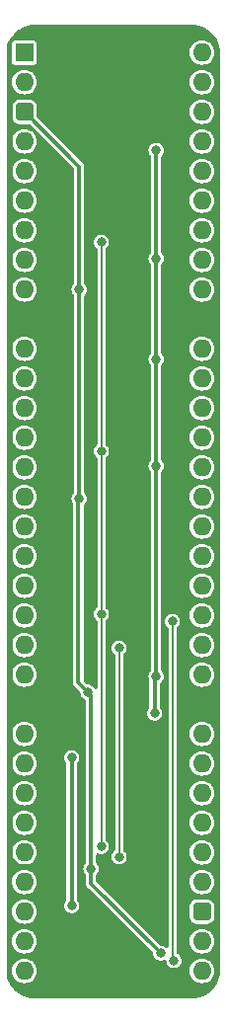
<source format=gbl>
%TF.GenerationSoftware,KiCad,Pcbnew,7.0.5*%
%TF.CreationDate,2024-01-27T16:35:31+02:00*%
%TF.ProjectId,Device Buffer,44657669-6365-4204-9275-666665722e6b,rev?*%
%TF.SameCoordinates,Original*%
%TF.FileFunction,Copper,L2,Bot*%
%TF.FilePolarity,Positive*%
%FSLAX46Y46*%
G04 Gerber Fmt 4.6, Leading zero omitted, Abs format (unit mm)*
G04 Created by KiCad (PCBNEW 7.0.5) date 2024-01-27 16:35:31*
%MOMM*%
%LPD*%
G01*
G04 APERTURE LIST*
G04 Aperture macros list*
%AMRoundRect*
0 Rectangle with rounded corners*
0 $1 Rounding radius*
0 $2 $3 $4 $5 $6 $7 $8 $9 X,Y pos of 4 corners*
0 Add a 4 corners polygon primitive as box body*
4,1,4,$2,$3,$4,$5,$6,$7,$8,$9,$2,$3,0*
0 Add four circle primitives for the rounded corners*
1,1,$1+$1,$2,$3*
1,1,$1+$1,$4,$5*
1,1,$1+$1,$6,$7*
1,1,$1+$1,$8,$9*
0 Add four rect primitives between the rounded corners*
20,1,$1+$1,$2,$3,$4,$5,0*
20,1,$1+$1,$4,$5,$6,$7,0*
20,1,$1+$1,$6,$7,$8,$9,0*
20,1,$1+$1,$8,$9,$2,$3,0*%
G04 Aperture macros list end*
%TA.AperFunction,ComponentPad*%
%ADD10R,1.600000X1.600000*%
%TD*%
%TA.AperFunction,ComponentPad*%
%ADD11O,1.600000X1.600000*%
%TD*%
%TA.AperFunction,ComponentPad*%
%ADD12RoundRect,0.400000X-0.400000X-0.400000X0.400000X-0.400000X0.400000X0.400000X-0.400000X0.400000X0*%
%TD*%
%TA.AperFunction,ViaPad*%
%ADD13C,0.800000*%
%TD*%
%TA.AperFunction,Conductor*%
%ADD14C,0.380000*%
%TD*%
%TA.AperFunction,Conductor*%
%ADD15C,0.200000*%
%TD*%
G04 APERTURE END LIST*
D10*
%TO.P,J2,1,Pin_1*%
%TO.N,/A0*%
X88900000Y-58420000D03*
D11*
%TO.P,J2,2,Pin_2*%
%TO.N,/A1*%
X88900000Y-60960000D03*
D12*
%TO.P,J2,3,Pin_3*%
%TO.N,/5V*%
X88900000Y-63500000D03*
D11*
%TO.P,J2,4,Pin_4*%
%TO.N,/A2*%
X88900000Y-66040000D03*
%TO.P,J2,5,Pin_5*%
%TO.N,/A3*%
X88900000Y-68580000D03*
%TO.P,J2,6,Pin_6*%
%TO.N,/A4*%
X88900000Y-71120000D03*
%TO.P,J2,7,Pin_7*%
%TO.N,/A5*%
X88900000Y-73660000D03*
%TO.P,J2,8,Pin_8*%
%TO.N,/A6*%
X88900000Y-76200000D03*
%TO.P,J2,9,Pin_9*%
%TO.N,/A7*%
X88900000Y-78740000D03*
D10*
%TO.P,J2,10,Pin_10*%
%TO.N,/GND*%
X88900000Y-81280000D03*
D11*
%TO.P,J2,11,Pin_11*%
%TO.N,/A8*%
X88900000Y-83820000D03*
%TO.P,J2,12,Pin_12*%
%TO.N,/A9*%
X88900000Y-86360000D03*
%TO.P,J2,13,Pin_13*%
%TO.N,/A10*%
X88900000Y-88900000D03*
%TO.P,J2,14,Pin_14*%
%TO.N,/A11*%
X88900000Y-91440000D03*
%TO.P,J2,15,Pin_15*%
%TO.N,/A12*%
X88900000Y-93980000D03*
%TO.P,J2,16,Pin_16*%
%TO.N,/A13*%
X88900000Y-96520000D03*
%TO.P,J2,17,Pin_17*%
%TO.N,/A14*%
X88900000Y-99060000D03*
%TO.P,J2,18,Pin_18*%
%TO.N,/A15*%
X88900000Y-101600000D03*
%TO.P,J2,19,Pin_19*%
%TO.N,/A16*%
X88900000Y-104140000D03*
%TO.P,J2,20,Pin_20*%
%TO.N,/S*%
X88900000Y-106680000D03*
%TO.P,J2,21,Pin_21*%
%TO.N,/~{WD}*%
X88900000Y-109220000D03*
%TO.P,J2,22,Pin_22*%
%TO.N,/~{RD}*%
X88900000Y-111760000D03*
D10*
%TO.P,J2,23,Pin_23*%
%TO.N,/GND*%
X88900000Y-114300000D03*
D11*
%TO.P,J2,24,Pin_24*%
%TO.N,/D0*%
X88900000Y-116840000D03*
%TO.P,J2,25,Pin_25*%
%TO.N,/D1*%
X88900000Y-119380000D03*
%TO.P,J2,26,Pin_26*%
%TO.N,/D2*%
X88900000Y-121920000D03*
%TO.P,J2,27,Pin_27*%
%TO.N,/D3*%
X88900000Y-124460000D03*
%TO.P,J2,28,Pin_28*%
%TO.N,/D4*%
X88900000Y-127000000D03*
%TO.P,J2,29,Pin_29*%
%TO.N,/D5*%
X88900000Y-129540000D03*
%TO.P,J2,30,Pin_30*%
%TO.N,/D6*%
X88900000Y-132080000D03*
%TO.P,J2,31,Pin_31*%
%TO.N,/D7*%
X88900000Y-134620000D03*
%TO.P,J2,32,Pin_32*%
%TO.N,/Device ~{CS}*%
X88900000Y-137160000D03*
%TO.P,J2,33,Pin_33*%
%TO.N,/Device ~{CS}_{IN}*%
X104140000Y-137160000D03*
%TO.P,J2,34,Pin_34*%
%TO.N,/D7_{IN{slash}OUT}*%
X104140000Y-134620000D03*
D12*
%TO.P,J2,35,Pin_35*%
%TO.N,/5V*%
X104140000Y-132080000D03*
D11*
%TO.P,J2,36,Pin_36*%
%TO.N,/D6_{IN{slash}OUT}*%
X104140000Y-129540000D03*
%TO.P,J2,37,Pin_37*%
%TO.N,/D5_{IN{slash}OUT}*%
X104140000Y-127000000D03*
%TO.P,J2,38,Pin_38*%
%TO.N,/D4_{IN{slash}OUT}*%
X104140000Y-124460000D03*
%TO.P,J2,39,Pin_39*%
%TO.N,/D3_{IN{slash}OUT}*%
X104140000Y-121920000D03*
%TO.P,J2,40,Pin_40*%
%TO.N,/D2_{IN{slash}OUT}*%
X104140000Y-119380000D03*
%TO.P,J2,41,Pin_41*%
%TO.N,/D1_{IN{slash}OUT}*%
X104140000Y-116840000D03*
D10*
%TO.P,J2,42,Pin_42*%
%TO.N,/GND*%
X104140000Y-114300000D03*
D11*
%TO.P,J2,43,Pin_43*%
%TO.N,/D0_{IN{slash}OUT}*%
X104140000Y-111760000D03*
%TO.P,J2,44,Pin_44*%
%TO.N,/~{RD}_{IN}*%
X104140000Y-109220000D03*
%TO.P,J2,45,Pin_45*%
%TO.N,/~{WD}_{IN}*%
X104140000Y-106680000D03*
%TO.P,J2,46,Pin_46*%
%TO.N,/S_{IN}*%
X104140000Y-104140000D03*
%TO.P,J2,47,Pin_47*%
%TO.N,/A16_{IN}*%
X104140000Y-101600000D03*
%TO.P,J2,48,Pin_48*%
%TO.N,/A15_{IN}*%
X104140000Y-99060000D03*
%TO.P,J2,49,Pin_49*%
%TO.N,/A14_{IN}*%
X104140000Y-96520000D03*
%TO.P,J2,50,Pin_50*%
%TO.N,/A13_{IN}*%
X104140000Y-93980000D03*
%TO.P,J2,51,Pin_51*%
%TO.N,/A12_{IN}*%
X104140000Y-91440000D03*
%TO.P,J2,52,Pin_52*%
%TO.N,/A11_{IN}*%
X104140000Y-88900000D03*
%TO.P,J2,53,Pin_53*%
%TO.N,/A10_{IN}*%
X104140000Y-86360000D03*
%TO.P,J2,54,Pin_54*%
%TO.N,/A9_{IN}*%
X104140000Y-83820000D03*
D10*
%TO.P,J2,55,Pin_55*%
%TO.N,/GND*%
X104140000Y-81280000D03*
D11*
%TO.P,J2,56,Pin_56*%
%TO.N,/A8_{IN}*%
X104140000Y-78740000D03*
%TO.P,J2,57,Pin_57*%
%TO.N,/A7_{IN}*%
X104140000Y-76200000D03*
%TO.P,J2,58,Pin_58*%
%TO.N,/A6_{IN}*%
X104140000Y-73660000D03*
%TO.P,J2,59,Pin_59*%
%TO.N,/A5_{IN}*%
X104140000Y-71120000D03*
%TO.P,J2,60,Pin_60*%
%TO.N,/A4_{IN}*%
X104140000Y-68580000D03*
%TO.P,J2,61,Pin_61*%
%TO.N,/A3_{IN}*%
X104140000Y-66040000D03*
%TO.P,J2,62,Pin_62*%
%TO.N,/A2_{IN}*%
X104140000Y-63500000D03*
%TO.P,J2,63,Pin_63*%
%TO.N,/A1_{IN}*%
X104140000Y-60960000D03*
%TO.P,J2,64,Pin_64*%
%TO.N,/A0_{IN}*%
X104140000Y-58420000D03*
%TD*%
D13*
%TO.N,/5V*%
X93599000Y-96647000D03*
X94615000Y-128397000D03*
X94350013Y-113273001D03*
X93599000Y-78740000D03*
X100584000Y-135636000D03*
%TO.N,/GND*%
X97790000Y-92837000D03*
X98298000Y-109728000D03*
X94615000Y-95377000D03*
X98171000Y-77470000D03*
X96012000Y-135890000D03*
X94615000Y-111252000D03*
X94742000Y-79375000D03*
%TO.N,/3.3V*%
X100203000Y-66802000D03*
X100076000Y-115062000D03*
X92963998Y-118872000D03*
X100203000Y-93853000D03*
X100203000Y-111887000D03*
X92963998Y-131571994D03*
X100203000Y-76073000D03*
X100203000Y-84709000D03*
%TO.N,/Device ~{CS}*%
X95504000Y-74676000D03*
X95504000Y-106553000D03*
X95504000Y-126492000D03*
X95504000Y-92583000D03*
%TO.N,/Device ~{CS}_{IN}*%
X101727000Y-136271000D03*
X101600000Y-107188000D03*
%TO.N,/~{RD}*%
X97028000Y-109474000D03*
X97028000Y-127381000D03*
%TD*%
D14*
%TO.N,/5V*%
X100584000Y-135636000D02*
X94615000Y-129667000D01*
X93535503Y-96710497D02*
X93535503Y-112458491D01*
X93599000Y-96647000D02*
X93535503Y-96710497D01*
X93599000Y-68199000D02*
X88900000Y-63500000D01*
X94615000Y-113537988D02*
X94350013Y-113273001D01*
X94615000Y-128397000D02*
X94615000Y-113537988D01*
X94615000Y-129667000D02*
X94615000Y-128397000D01*
X93535503Y-112458491D02*
X94350013Y-113273001D01*
X93599000Y-96647000D02*
X93599000Y-78740000D01*
X93599000Y-78740000D02*
X93599000Y-68199000D01*
%TO.N,/GND*%
X88371000Y-128190000D02*
X87710000Y-127529000D01*
X105330000Y-63007085D02*
X105330000Y-80090000D01*
X87710000Y-115490000D02*
X88900000Y-114300000D01*
X105330000Y-113110000D02*
X104140000Y-114300000D01*
X90090000Y-129968000D02*
X90090000Y-128952000D01*
X105330000Y-137928031D02*
X104828031Y-138430000D01*
X89328000Y-128190000D02*
X88371000Y-128190000D01*
X87710000Y-113110000D02*
X87710000Y-82470000D01*
X96012000Y-135890000D02*
X90090000Y-129968000D01*
X105330000Y-80090000D02*
X104140000Y-81280000D01*
X87710000Y-127529000D02*
X87710000Y-115490000D01*
X88172771Y-62310000D02*
X104632915Y-62310000D01*
X104632915Y-62310000D02*
X105330000Y-63007085D01*
X104140000Y-81280000D02*
X105330000Y-82470000D01*
X105330000Y-115490000D02*
X105330000Y-137928031D01*
X87710000Y-62772771D02*
X88172771Y-62310000D01*
X88900000Y-81280000D02*
X87710000Y-80090000D01*
X88900000Y-114300000D02*
X87710000Y-113110000D01*
X87710000Y-82470000D02*
X88900000Y-81280000D01*
X90090000Y-128952000D02*
X89328000Y-128190000D01*
X104140000Y-114300000D02*
X105330000Y-115490000D01*
X98552000Y-138430000D02*
X96012000Y-135890000D01*
X87710000Y-80090000D02*
X87710000Y-62772771D01*
X104828031Y-138430000D02*
X98552000Y-138430000D01*
X105330000Y-82470000D02*
X105330000Y-113110000D01*
%TO.N,/3.3V*%
X92963998Y-118872000D02*
X92963998Y-131571994D01*
X100076000Y-112014000D02*
X100203000Y-111887000D01*
X100203000Y-76073000D02*
X100203000Y-66802000D01*
X100076000Y-115062000D02*
X100076000Y-112014000D01*
X100203000Y-93853000D02*
X100203000Y-84709000D01*
X100203000Y-84709000D02*
X100203000Y-76073000D01*
X100203000Y-111887000D02*
X100203000Y-93853000D01*
D15*
%TO.N,/Device ~{CS}*%
X95504000Y-106553000D02*
X95504000Y-92583000D01*
X95504000Y-92583000D02*
X95504000Y-74676000D01*
X95504000Y-126492000D02*
X95504000Y-106553000D01*
%TO.N,/Device ~{CS}_{IN}*%
X101600000Y-107188000D02*
X101600000Y-136144000D01*
X101600000Y-136144000D02*
X101727000Y-136271000D01*
%TO.N,/~{RD}*%
X97028000Y-109474000D02*
X97028000Y-127381000D01*
%TD*%
%TA.AperFunction,Conductor*%
%TO.N,/GND*%
G36*
X103306138Y-56056880D02*
G01*
X103324192Y-56057971D01*
X103585390Y-56073767D01*
X103592824Y-56074671D01*
X103866153Y-56124757D01*
X103873415Y-56126548D01*
X104138710Y-56209215D01*
X104145716Y-56211872D01*
X104399109Y-56325911D01*
X104405740Y-56329391D01*
X104643550Y-56473150D01*
X104649700Y-56477395D01*
X104868452Y-56648773D01*
X104874049Y-56653733D01*
X105070543Y-56850224D01*
X105075510Y-56855829D01*
X105161196Y-56965198D01*
X105246879Y-57074564D01*
X105251136Y-57080731D01*
X105394893Y-57318532D01*
X105398375Y-57325167D01*
X105512419Y-57578557D01*
X105515072Y-57585551D01*
X105592351Y-57833547D01*
X105597742Y-57850847D01*
X105599535Y-57858123D01*
X105649624Y-58131448D01*
X105650527Y-58138887D01*
X105667386Y-58417568D01*
X105667499Y-58421313D01*
X105667499Y-137158138D01*
X105667386Y-137161883D01*
X105650494Y-137441108D01*
X105649591Y-137448547D01*
X105599504Y-137721864D01*
X105597711Y-137729140D01*
X105515044Y-137994428D01*
X105512386Y-138001435D01*
X105398348Y-138254815D01*
X105394865Y-138261451D01*
X105251111Y-138499246D01*
X105246854Y-138505413D01*
X105075489Y-138724143D01*
X105070519Y-138729752D01*
X104874032Y-138926237D01*
X104868423Y-138931206D01*
X104649687Y-139102573D01*
X104643520Y-139106830D01*
X104405730Y-139250576D01*
X104399095Y-139254058D01*
X104145708Y-139368095D01*
X104138702Y-139370752D01*
X103873405Y-139453419D01*
X103866129Y-139455213D01*
X103592820Y-139505295D01*
X103585381Y-139506199D01*
X103305610Y-139523119D01*
X103301867Y-139523232D01*
X89737604Y-139523232D01*
X89733861Y-139523119D01*
X89454615Y-139506232D01*
X89447175Y-139505328D01*
X89173860Y-139455245D01*
X89166584Y-139453451D01*
X88901288Y-139370784D01*
X88894282Y-139368127D01*
X88640890Y-139254087D01*
X88634255Y-139250605D01*
X88396457Y-139106854D01*
X88390295Y-139102601D01*
X88171549Y-138931227D01*
X88165950Y-138926266D01*
X87969456Y-138729775D01*
X87964490Y-138724171D01*
X87793120Y-138505435D01*
X87788863Y-138499268D01*
X87765633Y-138460842D01*
X87645096Y-138261451D01*
X87641632Y-138254851D01*
X87527577Y-138001432D01*
X87524930Y-137994455D01*
X87442254Y-137729140D01*
X87440463Y-137721873D01*
X87390375Y-137448551D01*
X87389471Y-137441112D01*
X87372613Y-137162411D01*
X87372540Y-137160000D01*
X87844417Y-137160000D01*
X87864699Y-137365932D01*
X87887505Y-137441112D01*
X87924768Y-137563954D01*
X88022315Y-137746450D01*
X88022317Y-137746452D01*
X88153589Y-137906410D01*
X88250209Y-137985702D01*
X88313550Y-138037685D01*
X88496046Y-138135232D01*
X88694066Y-138195300D01*
X88694065Y-138195300D01*
X88712529Y-138197118D01*
X88900000Y-138215583D01*
X89105934Y-138195300D01*
X89303954Y-138135232D01*
X89486450Y-138037685D01*
X89646410Y-137906410D01*
X89777685Y-137746450D01*
X89875232Y-137563954D01*
X89935300Y-137365934D01*
X89955583Y-137160000D01*
X103084417Y-137160000D01*
X103104699Y-137365932D01*
X103127505Y-137441112D01*
X103164768Y-137563954D01*
X103262315Y-137746450D01*
X103262317Y-137746452D01*
X103393589Y-137906410D01*
X103490209Y-137985702D01*
X103553550Y-138037685D01*
X103736046Y-138135232D01*
X103934066Y-138195300D01*
X103934065Y-138195300D01*
X103952529Y-138197118D01*
X104140000Y-138215583D01*
X104345934Y-138195300D01*
X104543954Y-138135232D01*
X104726450Y-138037685D01*
X104886410Y-137906410D01*
X105017685Y-137746450D01*
X105115232Y-137563954D01*
X105175300Y-137365934D01*
X105195583Y-137160000D01*
X105175300Y-136954066D01*
X105115232Y-136756046D01*
X105017685Y-136573550D01*
X104965702Y-136510209D01*
X104886410Y-136413589D01*
X104726452Y-136282317D01*
X104726453Y-136282317D01*
X104726450Y-136282315D01*
X104543954Y-136184768D01*
X104345934Y-136124700D01*
X104345932Y-136124699D01*
X104345934Y-136124699D01*
X104140000Y-136104417D01*
X103934067Y-136124699D01*
X103736043Y-136184769D01*
X103625897Y-136243643D01*
X103553550Y-136282315D01*
X103553548Y-136282316D01*
X103553547Y-136282317D01*
X103393589Y-136413589D01*
X103262317Y-136573547D01*
X103262315Y-136573550D01*
X103261260Y-136575524D01*
X103164769Y-136756043D01*
X103104699Y-136954067D01*
X103084417Y-137160000D01*
X89955583Y-137160000D01*
X89935300Y-136954066D01*
X89875232Y-136756046D01*
X89777685Y-136573550D01*
X89725702Y-136510209D01*
X89646410Y-136413589D01*
X89486452Y-136282317D01*
X89486453Y-136282317D01*
X89486450Y-136282315D01*
X89303954Y-136184768D01*
X89105934Y-136124700D01*
X89105932Y-136124699D01*
X89105934Y-136124699D01*
X88900000Y-136104417D01*
X88694067Y-136124699D01*
X88496043Y-136184769D01*
X88385897Y-136243643D01*
X88313550Y-136282315D01*
X88313548Y-136282316D01*
X88313547Y-136282317D01*
X88153589Y-136413589D01*
X88022317Y-136573547D01*
X88022315Y-136573550D01*
X88021260Y-136575524D01*
X87924769Y-136756043D01*
X87864699Y-136954067D01*
X87844417Y-137160000D01*
X87372540Y-137160000D01*
X87372500Y-137158667D01*
X87372500Y-134620000D01*
X87844417Y-134620000D01*
X87864699Y-134825932D01*
X87864700Y-134825934D01*
X87924768Y-135023954D01*
X88022315Y-135206450D01*
X88022317Y-135206452D01*
X88153589Y-135366410D01*
X88250209Y-135445702D01*
X88313550Y-135497685D01*
X88496046Y-135595232D01*
X88694066Y-135655300D01*
X88694065Y-135655300D01*
X88702381Y-135656119D01*
X88900000Y-135675583D01*
X89105934Y-135655300D01*
X89303954Y-135595232D01*
X89486450Y-135497685D01*
X89646410Y-135366410D01*
X89777685Y-135206450D01*
X89875232Y-135023954D01*
X89935300Y-134825934D01*
X89955583Y-134620000D01*
X89935300Y-134414066D01*
X89875232Y-134216046D01*
X89777685Y-134033550D01*
X89725702Y-133970209D01*
X89646410Y-133873589D01*
X89486452Y-133742317D01*
X89486453Y-133742317D01*
X89486450Y-133742315D01*
X89303954Y-133644768D01*
X89105934Y-133584700D01*
X89105932Y-133584699D01*
X89105934Y-133584699D01*
X88900000Y-133564417D01*
X88694067Y-133584699D01*
X88496043Y-133644769D01*
X88385897Y-133703643D01*
X88313550Y-133742315D01*
X88313548Y-133742316D01*
X88313547Y-133742317D01*
X88153589Y-133873589D01*
X88022317Y-134033547D01*
X87924769Y-134216043D01*
X87864699Y-134414067D01*
X87844417Y-134620000D01*
X87372500Y-134620000D01*
X87372500Y-132079999D01*
X87844417Y-132079999D01*
X87864699Y-132285932D01*
X87864700Y-132285934D01*
X87924768Y-132483954D01*
X88022315Y-132666450D01*
X88022317Y-132666452D01*
X88153589Y-132826410D01*
X88250209Y-132905702D01*
X88313550Y-132957685D01*
X88496046Y-133055232D01*
X88694066Y-133115300D01*
X88694065Y-133115300D01*
X88714348Y-133117297D01*
X88900000Y-133135583D01*
X89105934Y-133115300D01*
X89303954Y-133055232D01*
X89486450Y-132957685D01*
X89646410Y-132826410D01*
X89777685Y-132666450D01*
X89875232Y-132483954D01*
X89935300Y-132285934D01*
X89955583Y-132080000D01*
X89935300Y-131874066D01*
X89875232Y-131676046D01*
X89819615Y-131571994D01*
X92308720Y-131571994D01*
X92327760Y-131728812D01*
X92382848Y-131874066D01*
X92383778Y-131876517D01*
X92473515Y-132006524D01*
X92591758Y-132111277D01*
X92591760Y-132111278D01*
X92731632Y-132184690D01*
X92885012Y-132222494D01*
X92885013Y-132222494D01*
X93042983Y-132222494D01*
X93196363Y-132184690D01*
X93196363Y-132184689D01*
X93336238Y-132111277D01*
X93454481Y-132006524D01*
X93544218Y-131876517D01*
X93600235Y-131728812D01*
X93619276Y-131571994D01*
X93600773Y-131419602D01*
X93600235Y-131415175D01*
X93578990Y-131359157D01*
X93544218Y-131267471D01*
X93454481Y-131137464D01*
X93454479Y-131137462D01*
X93446271Y-131130190D01*
X93409144Y-131071001D01*
X93404498Y-131037375D01*
X93404498Y-119406618D01*
X93424183Y-119339579D01*
X93446272Y-119313801D01*
X93454481Y-119306530D01*
X93544218Y-119176523D01*
X93600235Y-119028818D01*
X93619276Y-118872000D01*
X93600235Y-118715182D01*
X93544218Y-118567477D01*
X93454481Y-118437470D01*
X93336238Y-118332717D01*
X93336236Y-118332716D01*
X93336235Y-118332715D01*
X93196363Y-118259303D01*
X93042984Y-118221500D01*
X93042983Y-118221500D01*
X92885013Y-118221500D01*
X92885012Y-118221500D01*
X92731632Y-118259303D01*
X92591760Y-118332715D01*
X92473514Y-118437471D01*
X92383779Y-118567475D01*
X92383778Y-118567476D01*
X92327760Y-118715181D01*
X92308720Y-118871999D01*
X92308720Y-118872000D01*
X92327760Y-119028818D01*
X92382846Y-119174066D01*
X92383778Y-119176523D01*
X92473515Y-119306530D01*
X92481721Y-119313800D01*
X92518850Y-119372987D01*
X92523498Y-119406618D01*
X92523498Y-131037375D01*
X92503813Y-131104414D01*
X92481725Y-131130190D01*
X92473516Y-131137462D01*
X92383779Y-131267469D01*
X92383778Y-131267470D01*
X92327760Y-131415175D01*
X92308720Y-131571993D01*
X92308720Y-131571994D01*
X89819615Y-131571994D01*
X89777685Y-131493550D01*
X89713365Y-131415175D01*
X89646410Y-131333589D01*
X89486452Y-131202317D01*
X89486453Y-131202317D01*
X89486450Y-131202315D01*
X89303954Y-131104768D01*
X89105934Y-131044700D01*
X89105932Y-131044699D01*
X89105934Y-131044699D01*
X88900000Y-131024417D01*
X88694067Y-131044699D01*
X88496043Y-131104769D01*
X88389129Y-131161917D01*
X88313550Y-131202315D01*
X88313548Y-131202316D01*
X88313547Y-131202317D01*
X88153589Y-131333589D01*
X88022317Y-131493547D01*
X87924769Y-131676043D01*
X87864699Y-131874067D01*
X87844417Y-132079999D01*
X87372500Y-132079999D01*
X87372500Y-129539999D01*
X87844417Y-129539999D01*
X87864699Y-129745932D01*
X87882882Y-129805874D01*
X87924768Y-129943954D01*
X88022315Y-130126450D01*
X88022317Y-130126452D01*
X88153589Y-130286410D01*
X88250209Y-130365702D01*
X88313550Y-130417685D01*
X88496046Y-130515232D01*
X88694066Y-130575300D01*
X88694065Y-130575300D01*
X88712529Y-130577118D01*
X88900000Y-130595583D01*
X89105934Y-130575300D01*
X89303954Y-130515232D01*
X89486450Y-130417685D01*
X89646410Y-130286410D01*
X89777685Y-130126450D01*
X89875232Y-129943954D01*
X89935300Y-129745934D01*
X89955583Y-129540000D01*
X89935300Y-129334066D01*
X89875232Y-129136046D01*
X89777685Y-128953550D01*
X89683512Y-128838799D01*
X89646410Y-128793589D01*
X89486452Y-128662317D01*
X89486453Y-128662317D01*
X89486450Y-128662315D01*
X89303954Y-128564768D01*
X89105934Y-128504700D01*
X89105932Y-128504699D01*
X89105934Y-128504699D01*
X88918463Y-128486235D01*
X88900000Y-128484417D01*
X88899999Y-128484417D01*
X88694067Y-128504699D01*
X88496043Y-128564769D01*
X88385897Y-128623643D01*
X88313550Y-128662315D01*
X88313548Y-128662316D01*
X88313547Y-128662317D01*
X88153589Y-128793589D01*
X88022317Y-128953547D01*
X87924769Y-129136043D01*
X87864699Y-129334067D01*
X87844417Y-129539999D01*
X87372500Y-129539999D01*
X87372500Y-127000000D01*
X87844417Y-127000000D01*
X87864699Y-127205932D01*
X87864700Y-127205934D01*
X87924768Y-127403954D01*
X88022315Y-127586450D01*
X88022317Y-127586452D01*
X88153589Y-127746410D01*
X88237811Y-127815528D01*
X88313550Y-127877685D01*
X88496046Y-127975232D01*
X88694066Y-128035300D01*
X88694065Y-128035300D01*
X88712529Y-128037118D01*
X88900000Y-128055583D01*
X89105934Y-128035300D01*
X89303954Y-127975232D01*
X89486450Y-127877685D01*
X89646410Y-127746410D01*
X89777685Y-127586450D01*
X89875232Y-127403954D01*
X89935300Y-127205934D01*
X89955583Y-127000000D01*
X89935300Y-126794066D01*
X89875232Y-126596046D01*
X89777685Y-126413550D01*
X89725702Y-126350209D01*
X89646410Y-126253589D01*
X89486452Y-126122317D01*
X89486453Y-126122317D01*
X89486450Y-126122315D01*
X89303954Y-126024768D01*
X89105934Y-125964700D01*
X89105932Y-125964699D01*
X89105934Y-125964699D01*
X88900000Y-125944417D01*
X88694067Y-125964699D01*
X88496043Y-126024769D01*
X88385897Y-126083643D01*
X88313550Y-126122315D01*
X88313548Y-126122316D01*
X88313547Y-126122317D01*
X88153589Y-126253589D01*
X88022317Y-126413547D01*
X87924769Y-126596043D01*
X87864699Y-126794067D01*
X87844417Y-127000000D01*
X87372500Y-127000000D01*
X87372500Y-124460000D01*
X87844417Y-124460000D01*
X87864699Y-124665932D01*
X87864700Y-124665934D01*
X87924768Y-124863954D01*
X88022315Y-125046450D01*
X88022317Y-125046452D01*
X88153589Y-125206410D01*
X88250209Y-125285702D01*
X88313550Y-125337685D01*
X88496046Y-125435232D01*
X88694066Y-125495300D01*
X88694065Y-125495300D01*
X88712529Y-125497118D01*
X88900000Y-125515583D01*
X89105934Y-125495300D01*
X89303954Y-125435232D01*
X89486450Y-125337685D01*
X89646410Y-125206410D01*
X89777685Y-125046450D01*
X89875232Y-124863954D01*
X89935300Y-124665934D01*
X89955583Y-124460000D01*
X89935300Y-124254066D01*
X89875232Y-124056046D01*
X89777685Y-123873550D01*
X89725702Y-123810209D01*
X89646410Y-123713589D01*
X89486452Y-123582317D01*
X89486453Y-123582317D01*
X89486450Y-123582315D01*
X89303954Y-123484768D01*
X89105934Y-123424700D01*
X89105932Y-123424699D01*
X89105934Y-123424699D01*
X88900000Y-123404417D01*
X88694067Y-123424699D01*
X88496043Y-123484769D01*
X88385897Y-123543643D01*
X88313550Y-123582315D01*
X88313548Y-123582316D01*
X88313547Y-123582317D01*
X88153589Y-123713589D01*
X88022317Y-123873547D01*
X87924769Y-124056043D01*
X87864699Y-124254067D01*
X87844417Y-124460000D01*
X87372500Y-124460000D01*
X87372500Y-121920000D01*
X87844417Y-121920000D01*
X87864699Y-122125932D01*
X87864700Y-122125934D01*
X87924768Y-122323954D01*
X88022315Y-122506450D01*
X88022317Y-122506452D01*
X88153589Y-122666410D01*
X88250209Y-122745702D01*
X88313550Y-122797685D01*
X88496046Y-122895232D01*
X88694066Y-122955300D01*
X88694065Y-122955300D01*
X88714348Y-122957297D01*
X88900000Y-122975583D01*
X89105934Y-122955300D01*
X89303954Y-122895232D01*
X89486450Y-122797685D01*
X89646410Y-122666410D01*
X89777685Y-122506450D01*
X89875232Y-122323954D01*
X89935300Y-122125934D01*
X89955583Y-121920000D01*
X89935300Y-121714066D01*
X89875232Y-121516046D01*
X89777685Y-121333550D01*
X89725702Y-121270209D01*
X89646410Y-121173589D01*
X89486452Y-121042317D01*
X89486453Y-121042317D01*
X89486450Y-121042315D01*
X89303954Y-120944768D01*
X89105934Y-120884700D01*
X89105932Y-120884699D01*
X89105934Y-120884699D01*
X88918463Y-120866235D01*
X88900000Y-120864417D01*
X88899999Y-120864417D01*
X88694067Y-120884699D01*
X88496043Y-120944769D01*
X88385897Y-121003643D01*
X88313550Y-121042315D01*
X88313548Y-121042316D01*
X88313547Y-121042317D01*
X88153589Y-121173589D01*
X88022317Y-121333547D01*
X87924769Y-121516043D01*
X87864699Y-121714067D01*
X87844417Y-121920000D01*
X87372500Y-121920000D01*
X87372500Y-119379999D01*
X87844417Y-119379999D01*
X87864699Y-119585932D01*
X87864700Y-119585934D01*
X87924768Y-119783954D01*
X88022315Y-119966450D01*
X88022317Y-119966452D01*
X88153589Y-120126410D01*
X88250209Y-120205702D01*
X88313550Y-120257685D01*
X88496046Y-120355232D01*
X88694066Y-120415300D01*
X88694065Y-120415300D01*
X88712529Y-120417118D01*
X88900000Y-120435583D01*
X89105934Y-120415300D01*
X89303954Y-120355232D01*
X89486450Y-120257685D01*
X89646410Y-120126410D01*
X89777685Y-119966450D01*
X89875232Y-119783954D01*
X89935300Y-119585934D01*
X89955583Y-119380000D01*
X89935300Y-119174066D01*
X89875232Y-118976046D01*
X89777685Y-118793550D01*
X89725702Y-118730209D01*
X89646410Y-118633589D01*
X89486452Y-118502317D01*
X89486453Y-118502317D01*
X89486450Y-118502315D01*
X89303954Y-118404768D01*
X89105934Y-118344700D01*
X89105932Y-118344699D01*
X89105934Y-118344699D01*
X88900000Y-118324417D01*
X88694067Y-118344699D01*
X88496043Y-118404769D01*
X88385897Y-118463643D01*
X88313550Y-118502315D01*
X88313548Y-118502316D01*
X88313547Y-118502317D01*
X88153589Y-118633589D01*
X88022317Y-118793547D01*
X87924769Y-118976043D01*
X87864699Y-119174067D01*
X87844417Y-119379999D01*
X87372500Y-119379999D01*
X87372500Y-116839999D01*
X87844417Y-116839999D01*
X87864699Y-117045932D01*
X87864700Y-117045934D01*
X87924768Y-117243954D01*
X88022315Y-117426450D01*
X88022317Y-117426452D01*
X88153589Y-117586410D01*
X88250209Y-117665702D01*
X88313550Y-117717685D01*
X88496046Y-117815232D01*
X88694066Y-117875300D01*
X88694065Y-117875300D01*
X88712529Y-117877118D01*
X88900000Y-117895583D01*
X89105934Y-117875300D01*
X89303954Y-117815232D01*
X89486450Y-117717685D01*
X89646410Y-117586410D01*
X89777685Y-117426450D01*
X89875232Y-117243954D01*
X89935300Y-117045934D01*
X89955583Y-116840000D01*
X89935300Y-116634066D01*
X89875232Y-116436046D01*
X89777685Y-116253550D01*
X89725702Y-116190209D01*
X89646410Y-116093589D01*
X89486452Y-115962317D01*
X89486453Y-115962317D01*
X89486450Y-115962315D01*
X89303954Y-115864768D01*
X89105934Y-115804700D01*
X89105932Y-115804699D01*
X89105934Y-115804699D01*
X88900000Y-115784417D01*
X88694067Y-115804699D01*
X88496043Y-115864769D01*
X88385897Y-115923643D01*
X88313550Y-115962315D01*
X88313548Y-115962316D01*
X88313547Y-115962317D01*
X88153589Y-116093589D01*
X88022317Y-116253547D01*
X87924769Y-116436043D01*
X87864699Y-116634067D01*
X87844417Y-116839999D01*
X87372500Y-116839999D01*
X87372500Y-111760000D01*
X87844417Y-111760000D01*
X87864699Y-111965932D01*
X87894734Y-112064944D01*
X87924768Y-112163954D01*
X88022315Y-112346450D01*
X88022317Y-112346452D01*
X88153589Y-112506410D01*
X88250209Y-112585702D01*
X88313550Y-112637685D01*
X88496046Y-112735232D01*
X88694066Y-112795300D01*
X88694065Y-112795300D01*
X88712529Y-112797118D01*
X88900000Y-112815583D01*
X89105934Y-112795300D01*
X89303954Y-112735232D01*
X89486450Y-112637685D01*
X89646410Y-112506410D01*
X89777685Y-112346450D01*
X89875232Y-112163954D01*
X89935300Y-111965934D01*
X89955583Y-111760000D01*
X89935300Y-111554066D01*
X89875232Y-111356046D01*
X89777685Y-111173550D01*
X89725702Y-111110209D01*
X89646410Y-111013589D01*
X89486452Y-110882317D01*
X89486453Y-110882317D01*
X89486450Y-110882315D01*
X89303954Y-110784768D01*
X89105934Y-110724700D01*
X89105932Y-110724699D01*
X89105934Y-110724699D01*
X88918463Y-110706235D01*
X88900000Y-110704417D01*
X88899999Y-110704417D01*
X88694067Y-110724699D01*
X88496043Y-110784769D01*
X88385897Y-110843643D01*
X88313550Y-110882315D01*
X88313548Y-110882316D01*
X88313547Y-110882317D01*
X88153589Y-111013589D01*
X88022317Y-111173547D01*
X87924769Y-111356043D01*
X87864699Y-111554067D01*
X87844417Y-111760000D01*
X87372500Y-111760000D01*
X87372500Y-109219999D01*
X87844417Y-109219999D01*
X87864699Y-109425932D01*
X87864700Y-109425934D01*
X87924768Y-109623954D01*
X88022315Y-109806450D01*
X88022317Y-109806452D01*
X88153589Y-109966410D01*
X88210705Y-110013283D01*
X88313550Y-110097685D01*
X88496046Y-110195232D01*
X88694066Y-110255300D01*
X88694065Y-110255300D01*
X88712529Y-110257118D01*
X88900000Y-110275583D01*
X89105934Y-110255300D01*
X89303954Y-110195232D01*
X89486450Y-110097685D01*
X89646410Y-109966410D01*
X89777685Y-109806450D01*
X89875232Y-109623954D01*
X89935300Y-109425934D01*
X89955583Y-109220000D01*
X89935300Y-109014066D01*
X89875232Y-108816046D01*
X89777685Y-108633550D01*
X89725702Y-108570209D01*
X89646410Y-108473589D01*
X89486452Y-108342317D01*
X89486453Y-108342317D01*
X89486450Y-108342315D01*
X89303954Y-108244768D01*
X89105934Y-108184700D01*
X89105932Y-108184699D01*
X89105934Y-108184699D01*
X88900000Y-108164417D01*
X88694067Y-108184699D01*
X88496043Y-108244769D01*
X88385897Y-108303643D01*
X88313550Y-108342315D01*
X88313548Y-108342316D01*
X88313547Y-108342317D01*
X88153589Y-108473589D01*
X88022317Y-108633547D01*
X87924769Y-108816043D01*
X87864699Y-109014067D01*
X87844417Y-109219999D01*
X87372500Y-109219999D01*
X87372500Y-106679999D01*
X87844417Y-106679999D01*
X87864699Y-106885932D01*
X87864700Y-106885934D01*
X87924768Y-107083954D01*
X88022315Y-107266450D01*
X88022317Y-107266452D01*
X88153589Y-107426410D01*
X88250209Y-107505702D01*
X88313550Y-107557685D01*
X88496046Y-107655232D01*
X88694066Y-107715300D01*
X88694065Y-107715300D01*
X88712529Y-107717118D01*
X88900000Y-107735583D01*
X89105934Y-107715300D01*
X89303954Y-107655232D01*
X89486450Y-107557685D01*
X89646410Y-107426410D01*
X89777685Y-107266450D01*
X89875232Y-107083954D01*
X89935300Y-106885934D01*
X89955583Y-106680000D01*
X89935300Y-106474066D01*
X89875232Y-106276046D01*
X89777685Y-106093550D01*
X89705579Y-106005688D01*
X89646410Y-105933589D01*
X89486452Y-105802317D01*
X89486453Y-105802317D01*
X89486450Y-105802315D01*
X89303954Y-105704768D01*
X89105934Y-105644700D01*
X89105932Y-105644699D01*
X89105934Y-105644699D01*
X88900000Y-105624417D01*
X88694067Y-105644699D01*
X88496043Y-105704769D01*
X88385897Y-105763643D01*
X88313550Y-105802315D01*
X88313548Y-105802316D01*
X88313547Y-105802317D01*
X88153589Y-105933589D01*
X88022317Y-106093547D01*
X88022315Y-106093550D01*
X87983643Y-106165897D01*
X87924769Y-106276043D01*
X87864699Y-106474067D01*
X87844417Y-106679999D01*
X87372500Y-106679999D01*
X87372500Y-104140000D01*
X87844417Y-104140000D01*
X87864699Y-104345932D01*
X87864700Y-104345934D01*
X87924768Y-104543954D01*
X88022315Y-104726450D01*
X88022317Y-104726452D01*
X88153589Y-104886410D01*
X88250209Y-104965702D01*
X88313550Y-105017685D01*
X88496046Y-105115232D01*
X88694066Y-105175300D01*
X88694065Y-105175300D01*
X88714347Y-105177297D01*
X88900000Y-105195583D01*
X89105934Y-105175300D01*
X89303954Y-105115232D01*
X89486450Y-105017685D01*
X89646410Y-104886410D01*
X89777685Y-104726450D01*
X89875232Y-104543954D01*
X89935300Y-104345934D01*
X89955583Y-104140000D01*
X89935300Y-103934066D01*
X89875232Y-103736046D01*
X89777685Y-103553550D01*
X89725702Y-103490209D01*
X89646410Y-103393589D01*
X89486452Y-103262317D01*
X89486453Y-103262317D01*
X89486450Y-103262315D01*
X89303954Y-103164768D01*
X89105934Y-103104700D01*
X89105932Y-103104699D01*
X89105934Y-103104699D01*
X88918463Y-103086235D01*
X88900000Y-103084417D01*
X88899999Y-103084417D01*
X88694067Y-103104699D01*
X88496043Y-103164769D01*
X88385897Y-103223643D01*
X88313550Y-103262315D01*
X88313548Y-103262316D01*
X88313547Y-103262317D01*
X88153589Y-103393589D01*
X88022317Y-103553547D01*
X87924769Y-103736043D01*
X87864699Y-103934067D01*
X87844417Y-104140000D01*
X87372500Y-104140000D01*
X87372500Y-101600000D01*
X87844417Y-101600000D01*
X87864699Y-101805932D01*
X87864700Y-101805934D01*
X87924768Y-102003954D01*
X88022315Y-102186450D01*
X88022317Y-102186452D01*
X88153589Y-102346410D01*
X88250209Y-102425702D01*
X88313550Y-102477685D01*
X88496046Y-102575232D01*
X88694066Y-102635300D01*
X88694065Y-102635300D01*
X88712529Y-102637118D01*
X88900000Y-102655583D01*
X89105934Y-102635300D01*
X89303954Y-102575232D01*
X89486450Y-102477685D01*
X89646410Y-102346410D01*
X89777685Y-102186450D01*
X89875232Y-102003954D01*
X89935300Y-101805934D01*
X89955583Y-101600000D01*
X89935300Y-101394066D01*
X89875232Y-101196046D01*
X89777685Y-101013550D01*
X89725702Y-100950209D01*
X89646410Y-100853589D01*
X89486452Y-100722317D01*
X89486453Y-100722317D01*
X89486450Y-100722315D01*
X89303954Y-100624768D01*
X89105934Y-100564700D01*
X89105932Y-100564699D01*
X89105934Y-100564699D01*
X88918463Y-100546235D01*
X88900000Y-100544417D01*
X88899999Y-100544417D01*
X88694067Y-100564699D01*
X88496043Y-100624769D01*
X88385897Y-100683643D01*
X88313550Y-100722315D01*
X88313548Y-100722316D01*
X88313547Y-100722317D01*
X88153589Y-100853589D01*
X88022317Y-101013547D01*
X87924769Y-101196043D01*
X87864699Y-101394067D01*
X87844417Y-101600000D01*
X87372500Y-101600000D01*
X87372500Y-99060000D01*
X87844417Y-99060000D01*
X87864699Y-99265932D01*
X87864700Y-99265934D01*
X87924768Y-99463954D01*
X88022315Y-99646450D01*
X88022317Y-99646452D01*
X88153589Y-99806410D01*
X88250209Y-99885702D01*
X88313550Y-99937685D01*
X88496046Y-100035232D01*
X88694066Y-100095300D01*
X88694065Y-100095300D01*
X88714347Y-100097297D01*
X88900000Y-100115583D01*
X89105934Y-100095300D01*
X89303954Y-100035232D01*
X89486450Y-99937685D01*
X89646410Y-99806410D01*
X89777685Y-99646450D01*
X89875232Y-99463954D01*
X89935300Y-99265934D01*
X89955583Y-99060000D01*
X89935300Y-98854066D01*
X89875232Y-98656046D01*
X89777685Y-98473550D01*
X89725702Y-98410209D01*
X89646410Y-98313589D01*
X89486452Y-98182317D01*
X89486453Y-98182317D01*
X89486450Y-98182315D01*
X89303954Y-98084768D01*
X89105934Y-98024700D01*
X89105932Y-98024699D01*
X89105934Y-98024699D01*
X88900000Y-98004417D01*
X88694067Y-98024699D01*
X88496043Y-98084769D01*
X88385897Y-98143643D01*
X88313550Y-98182315D01*
X88313548Y-98182316D01*
X88313547Y-98182317D01*
X88153589Y-98313589D01*
X88022317Y-98473547D01*
X87924769Y-98656043D01*
X87864699Y-98854067D01*
X87844417Y-99060000D01*
X87372500Y-99060000D01*
X87372500Y-96519999D01*
X87844417Y-96519999D01*
X87864699Y-96725932D01*
X87894734Y-96824944D01*
X87924768Y-96923954D01*
X88022315Y-97106450D01*
X88022317Y-97106452D01*
X88153589Y-97266410D01*
X88250209Y-97345702D01*
X88313550Y-97397685D01*
X88496046Y-97495232D01*
X88694066Y-97555300D01*
X88694065Y-97555300D01*
X88714348Y-97557297D01*
X88900000Y-97575583D01*
X89105934Y-97555300D01*
X89303954Y-97495232D01*
X89486450Y-97397685D01*
X89646410Y-97266410D01*
X89777685Y-97106450D01*
X89875232Y-96923954D01*
X89935300Y-96725934D01*
X89955583Y-96520000D01*
X89935300Y-96314066D01*
X89875232Y-96116046D01*
X89777685Y-95933550D01*
X89725702Y-95870209D01*
X89646410Y-95773589D01*
X89486452Y-95642317D01*
X89486453Y-95642317D01*
X89486450Y-95642315D01*
X89303954Y-95544768D01*
X89105934Y-95484700D01*
X89105932Y-95484699D01*
X89105934Y-95484699D01*
X88918463Y-95466235D01*
X88900000Y-95464417D01*
X88899999Y-95464417D01*
X88694067Y-95484699D01*
X88496043Y-95544769D01*
X88385897Y-95603643D01*
X88313550Y-95642315D01*
X88313548Y-95642316D01*
X88313547Y-95642317D01*
X88153589Y-95773589D01*
X88022317Y-95933547D01*
X87924769Y-96116043D01*
X87864699Y-96314067D01*
X87844417Y-96519999D01*
X87372500Y-96519999D01*
X87372500Y-93979999D01*
X87844417Y-93979999D01*
X87864699Y-94185932D01*
X87864700Y-94185934D01*
X87924768Y-94383954D01*
X88022315Y-94566450D01*
X88022317Y-94566452D01*
X88153589Y-94726410D01*
X88250209Y-94805702D01*
X88313550Y-94857685D01*
X88496046Y-94955232D01*
X88694066Y-95015300D01*
X88694065Y-95015300D01*
X88712529Y-95017118D01*
X88900000Y-95035583D01*
X89105934Y-95015300D01*
X89303954Y-94955232D01*
X89486450Y-94857685D01*
X89646410Y-94726410D01*
X89777685Y-94566450D01*
X89875232Y-94383954D01*
X89935300Y-94185934D01*
X89955583Y-93980000D01*
X89935300Y-93774066D01*
X89875232Y-93576046D01*
X89777685Y-93393550D01*
X89715996Y-93318381D01*
X89646410Y-93233589D01*
X89510781Y-93122283D01*
X89486450Y-93102315D01*
X89303954Y-93004768D01*
X89105934Y-92944700D01*
X89105932Y-92944699D01*
X89105934Y-92944699D01*
X88918463Y-92926235D01*
X88900000Y-92924417D01*
X88899999Y-92924417D01*
X88694067Y-92944699D01*
X88496043Y-93004769D01*
X88385897Y-93063643D01*
X88313550Y-93102315D01*
X88313548Y-93102316D01*
X88313547Y-93102317D01*
X88153589Y-93233589D01*
X88022317Y-93393547D01*
X87924769Y-93576043D01*
X87864699Y-93774067D01*
X87844417Y-93979999D01*
X87372500Y-93979999D01*
X87372500Y-91439999D01*
X87844417Y-91439999D01*
X87864699Y-91645932D01*
X87864700Y-91645934D01*
X87924768Y-91843954D01*
X88022315Y-92026450D01*
X88036486Y-92043717D01*
X88153589Y-92186410D01*
X88250209Y-92265702D01*
X88313550Y-92317685D01*
X88496046Y-92415232D01*
X88694066Y-92475300D01*
X88694065Y-92475300D01*
X88712529Y-92477118D01*
X88900000Y-92495583D01*
X89105934Y-92475300D01*
X89303954Y-92415232D01*
X89486450Y-92317685D01*
X89646410Y-92186410D01*
X89777685Y-92026450D01*
X89875232Y-91843954D01*
X89935300Y-91645934D01*
X89955583Y-91440000D01*
X89935300Y-91234066D01*
X89875232Y-91036046D01*
X89777685Y-90853550D01*
X89725702Y-90790209D01*
X89646410Y-90693589D01*
X89486452Y-90562317D01*
X89486453Y-90562317D01*
X89486450Y-90562315D01*
X89303954Y-90464768D01*
X89105934Y-90404700D01*
X89105932Y-90404699D01*
X89105934Y-90404699D01*
X88900000Y-90384417D01*
X88694067Y-90404699D01*
X88496043Y-90464769D01*
X88385898Y-90523643D01*
X88313550Y-90562315D01*
X88313548Y-90562316D01*
X88313547Y-90562317D01*
X88153589Y-90693589D01*
X88022317Y-90853547D01*
X87924769Y-91036043D01*
X87864699Y-91234067D01*
X87844417Y-91439999D01*
X87372500Y-91439999D01*
X87372500Y-88900000D01*
X87844417Y-88900000D01*
X87864699Y-89105932D01*
X87864700Y-89105934D01*
X87924768Y-89303954D01*
X88022315Y-89486450D01*
X88022317Y-89486452D01*
X88153589Y-89646410D01*
X88250209Y-89725702D01*
X88313550Y-89777685D01*
X88496046Y-89875232D01*
X88694066Y-89935300D01*
X88694065Y-89935300D01*
X88714347Y-89937297D01*
X88900000Y-89955583D01*
X89105934Y-89935300D01*
X89303954Y-89875232D01*
X89486450Y-89777685D01*
X89646410Y-89646410D01*
X89777685Y-89486450D01*
X89875232Y-89303954D01*
X89935300Y-89105934D01*
X89955583Y-88900000D01*
X89935300Y-88694066D01*
X89875232Y-88496046D01*
X89777685Y-88313550D01*
X89725702Y-88250209D01*
X89646410Y-88153589D01*
X89486452Y-88022317D01*
X89486453Y-88022317D01*
X89486450Y-88022315D01*
X89303954Y-87924768D01*
X89105934Y-87864700D01*
X89105932Y-87864699D01*
X89105934Y-87864699D01*
X88900000Y-87844417D01*
X88694067Y-87864699D01*
X88496043Y-87924769D01*
X88385898Y-87983643D01*
X88313550Y-88022315D01*
X88313548Y-88022316D01*
X88313547Y-88022317D01*
X88153589Y-88153589D01*
X88022317Y-88313547D01*
X87924769Y-88496043D01*
X87864699Y-88694067D01*
X87844417Y-88900000D01*
X87372500Y-88900000D01*
X87372500Y-86359999D01*
X87844417Y-86359999D01*
X87864699Y-86565932D01*
X87864700Y-86565934D01*
X87924768Y-86763954D01*
X88022315Y-86946450D01*
X88022317Y-86946452D01*
X88153589Y-87106410D01*
X88250209Y-87185702D01*
X88313550Y-87237685D01*
X88496046Y-87335232D01*
X88694066Y-87395300D01*
X88694065Y-87395300D01*
X88712529Y-87397118D01*
X88900000Y-87415583D01*
X89105934Y-87395300D01*
X89303954Y-87335232D01*
X89486450Y-87237685D01*
X89646410Y-87106410D01*
X89777685Y-86946450D01*
X89875232Y-86763954D01*
X89935300Y-86565934D01*
X89955583Y-86360000D01*
X89935300Y-86154066D01*
X89875232Y-85956046D01*
X89777685Y-85773550D01*
X89725702Y-85710209D01*
X89646410Y-85613589D01*
X89486452Y-85482317D01*
X89486453Y-85482317D01*
X89486450Y-85482315D01*
X89303954Y-85384768D01*
X89105934Y-85324700D01*
X89105932Y-85324699D01*
X89105934Y-85324699D01*
X88918463Y-85306235D01*
X88900000Y-85304417D01*
X88899999Y-85304417D01*
X88694067Y-85324699D01*
X88496043Y-85384769D01*
X88385898Y-85443643D01*
X88313550Y-85482315D01*
X88313548Y-85482316D01*
X88313547Y-85482317D01*
X88153589Y-85613589D01*
X88022317Y-85773547D01*
X87924769Y-85956043D01*
X87864699Y-86154067D01*
X87844417Y-86359999D01*
X87372500Y-86359999D01*
X87372500Y-83820000D01*
X87844417Y-83820000D01*
X87864699Y-84025932D01*
X87864700Y-84025934D01*
X87924768Y-84223954D01*
X88022315Y-84406450D01*
X88022317Y-84406452D01*
X88153589Y-84566410D01*
X88250209Y-84645702D01*
X88313550Y-84697685D01*
X88496046Y-84795232D01*
X88694066Y-84855300D01*
X88694065Y-84855300D01*
X88714347Y-84857297D01*
X88900000Y-84875583D01*
X89105934Y-84855300D01*
X89303954Y-84795232D01*
X89486450Y-84697685D01*
X89646410Y-84566410D01*
X89777685Y-84406450D01*
X89875232Y-84223954D01*
X89935300Y-84025934D01*
X89955583Y-83820000D01*
X89935300Y-83614066D01*
X89875232Y-83416046D01*
X89777685Y-83233550D01*
X89725702Y-83170209D01*
X89646410Y-83073589D01*
X89486452Y-82942317D01*
X89486453Y-82942317D01*
X89486450Y-82942315D01*
X89303954Y-82844768D01*
X89105934Y-82784700D01*
X89105932Y-82784699D01*
X89105934Y-82784699D01*
X88918463Y-82766235D01*
X88900000Y-82764417D01*
X88899999Y-82764417D01*
X88694067Y-82784699D01*
X88496043Y-82844769D01*
X88385898Y-82903643D01*
X88313550Y-82942315D01*
X88313548Y-82942316D01*
X88313547Y-82942317D01*
X88153589Y-83073589D01*
X88022317Y-83233547D01*
X87924769Y-83416043D01*
X87864699Y-83614067D01*
X87844417Y-83820000D01*
X87372500Y-83820000D01*
X87372500Y-78740000D01*
X87844417Y-78740000D01*
X87864699Y-78945932D01*
X87864700Y-78945934D01*
X87924768Y-79143954D01*
X88022315Y-79326450D01*
X88022317Y-79326452D01*
X88153589Y-79486410D01*
X88250209Y-79565702D01*
X88313550Y-79617685D01*
X88496046Y-79715232D01*
X88694066Y-79775300D01*
X88694065Y-79775300D01*
X88714347Y-79777297D01*
X88900000Y-79795583D01*
X89105934Y-79775300D01*
X89303954Y-79715232D01*
X89486450Y-79617685D01*
X89646410Y-79486410D01*
X89777685Y-79326450D01*
X89875232Y-79143954D01*
X89935300Y-78945934D01*
X89955583Y-78740000D01*
X89935300Y-78534066D01*
X89875232Y-78336046D01*
X89777685Y-78153550D01*
X89725702Y-78090209D01*
X89646410Y-77993589D01*
X89486452Y-77862317D01*
X89486453Y-77862317D01*
X89486450Y-77862315D01*
X89303954Y-77764768D01*
X89105934Y-77704700D01*
X89105932Y-77704699D01*
X89105934Y-77704699D01*
X88918463Y-77686235D01*
X88900000Y-77684417D01*
X88899999Y-77684417D01*
X88694067Y-77704699D01*
X88496043Y-77764769D01*
X88385898Y-77823643D01*
X88313550Y-77862315D01*
X88313548Y-77862316D01*
X88313547Y-77862317D01*
X88153589Y-77993589D01*
X88022317Y-78153547D01*
X87924769Y-78336043D01*
X87864699Y-78534067D01*
X87844417Y-78740000D01*
X87372500Y-78740000D01*
X87372500Y-76200000D01*
X87844417Y-76200000D01*
X87864699Y-76405932D01*
X87864700Y-76405934D01*
X87924768Y-76603954D01*
X88022315Y-76786450D01*
X88022317Y-76786452D01*
X88153589Y-76946410D01*
X88250209Y-77025702D01*
X88313550Y-77077685D01*
X88496046Y-77175232D01*
X88694066Y-77235300D01*
X88694065Y-77235300D01*
X88714348Y-77237297D01*
X88900000Y-77255583D01*
X89105934Y-77235300D01*
X89303954Y-77175232D01*
X89486450Y-77077685D01*
X89646410Y-76946410D01*
X89777685Y-76786450D01*
X89875232Y-76603954D01*
X89935300Y-76405934D01*
X89955583Y-76200000D01*
X89935300Y-75994066D01*
X89875232Y-75796046D01*
X89777685Y-75613550D01*
X89715996Y-75538381D01*
X89646410Y-75453589D01*
X89486452Y-75322317D01*
X89486453Y-75322317D01*
X89486450Y-75322315D01*
X89303954Y-75224768D01*
X89105934Y-75164700D01*
X89105932Y-75164699D01*
X89105934Y-75164699D01*
X88900000Y-75144417D01*
X88694067Y-75164699D01*
X88496043Y-75224769D01*
X88385898Y-75283643D01*
X88313550Y-75322315D01*
X88313548Y-75322316D01*
X88313547Y-75322317D01*
X88153589Y-75453589D01*
X88022317Y-75613547D01*
X87924769Y-75796043D01*
X87864699Y-75994067D01*
X87844417Y-76200000D01*
X87372500Y-76200000D01*
X87372500Y-73659999D01*
X87844417Y-73659999D01*
X87864699Y-73865932D01*
X87864700Y-73865934D01*
X87924768Y-74063954D01*
X88022315Y-74246450D01*
X88022317Y-74246452D01*
X88153589Y-74406410D01*
X88250209Y-74485702D01*
X88313550Y-74537685D01*
X88496046Y-74635232D01*
X88694066Y-74695300D01*
X88694065Y-74695300D01*
X88712529Y-74697118D01*
X88900000Y-74715583D01*
X89105934Y-74695300D01*
X89303954Y-74635232D01*
X89486450Y-74537685D01*
X89646410Y-74406410D01*
X89777685Y-74246450D01*
X89875232Y-74063954D01*
X89935300Y-73865934D01*
X89955583Y-73660000D01*
X89935300Y-73454066D01*
X89875232Y-73256046D01*
X89777685Y-73073550D01*
X89725702Y-73010209D01*
X89646410Y-72913589D01*
X89486452Y-72782317D01*
X89486453Y-72782317D01*
X89486450Y-72782315D01*
X89303954Y-72684768D01*
X89105934Y-72624700D01*
X89105932Y-72624699D01*
X89105934Y-72624699D01*
X88918463Y-72606235D01*
X88900000Y-72604417D01*
X88899999Y-72604417D01*
X88694067Y-72624699D01*
X88496043Y-72684769D01*
X88385898Y-72743643D01*
X88313550Y-72782315D01*
X88313548Y-72782316D01*
X88313547Y-72782317D01*
X88153589Y-72913589D01*
X88022317Y-73073547D01*
X87924769Y-73256043D01*
X87864699Y-73454067D01*
X87844417Y-73659999D01*
X87372500Y-73659999D01*
X87372500Y-71120000D01*
X87844417Y-71120000D01*
X87864699Y-71325932D01*
X87864700Y-71325934D01*
X87924768Y-71523954D01*
X88022315Y-71706450D01*
X88022317Y-71706452D01*
X88153589Y-71866410D01*
X88250209Y-71945702D01*
X88313550Y-71997685D01*
X88496046Y-72095232D01*
X88694066Y-72155300D01*
X88694065Y-72155300D01*
X88714347Y-72157297D01*
X88900000Y-72175583D01*
X89105934Y-72155300D01*
X89303954Y-72095232D01*
X89486450Y-71997685D01*
X89646410Y-71866410D01*
X89777685Y-71706450D01*
X89875232Y-71523954D01*
X89935300Y-71325934D01*
X89955583Y-71120000D01*
X89935300Y-70914066D01*
X89875232Y-70716046D01*
X89777685Y-70533550D01*
X89725702Y-70470209D01*
X89646410Y-70373589D01*
X89486452Y-70242317D01*
X89486453Y-70242317D01*
X89486450Y-70242315D01*
X89303954Y-70144768D01*
X89105934Y-70084700D01*
X89105932Y-70084699D01*
X89105934Y-70084699D01*
X88900000Y-70064417D01*
X88694067Y-70084699D01*
X88496043Y-70144769D01*
X88385898Y-70203643D01*
X88313550Y-70242315D01*
X88313548Y-70242316D01*
X88313547Y-70242317D01*
X88153589Y-70373589D01*
X88022317Y-70533547D01*
X87924769Y-70716043D01*
X87864699Y-70914067D01*
X87844417Y-71120000D01*
X87372500Y-71120000D01*
X87372500Y-68579999D01*
X87844417Y-68579999D01*
X87864699Y-68785932D01*
X87864700Y-68785934D01*
X87924768Y-68983954D01*
X88022315Y-69166450D01*
X88022317Y-69166452D01*
X88153589Y-69326410D01*
X88250209Y-69405702D01*
X88313550Y-69457685D01*
X88496046Y-69555232D01*
X88694066Y-69615300D01*
X88694065Y-69615300D01*
X88712529Y-69617118D01*
X88900000Y-69635583D01*
X89105934Y-69615300D01*
X89303954Y-69555232D01*
X89486450Y-69457685D01*
X89646410Y-69326410D01*
X89777685Y-69166450D01*
X89875232Y-68983954D01*
X89935300Y-68785934D01*
X89955583Y-68580000D01*
X89935300Y-68374066D01*
X89875232Y-68176046D01*
X89777685Y-67993550D01*
X89725702Y-67930209D01*
X89646410Y-67833589D01*
X89486452Y-67702317D01*
X89486453Y-67702317D01*
X89486450Y-67702315D01*
X89303954Y-67604768D01*
X89105934Y-67544700D01*
X89105932Y-67544699D01*
X89105934Y-67544699D01*
X88918463Y-67526235D01*
X88900000Y-67524417D01*
X88899999Y-67524417D01*
X88694067Y-67544699D01*
X88496043Y-67604769D01*
X88385898Y-67663643D01*
X88313550Y-67702315D01*
X88313548Y-67702316D01*
X88313547Y-67702317D01*
X88153589Y-67833589D01*
X88059652Y-67948054D01*
X88022315Y-67993550D01*
X87986730Y-68060125D01*
X87924769Y-68176043D01*
X87864699Y-68374067D01*
X87844417Y-68579999D01*
X87372500Y-68579999D01*
X87372500Y-66040000D01*
X87844417Y-66040000D01*
X87864699Y-66245932D01*
X87864700Y-66245934D01*
X87924768Y-66443954D01*
X88022315Y-66626450D01*
X88022317Y-66626452D01*
X88153589Y-66786410D01*
X88250209Y-66865702D01*
X88313550Y-66917685D01*
X88496046Y-67015232D01*
X88694066Y-67075300D01*
X88694065Y-67075300D01*
X88714348Y-67077297D01*
X88900000Y-67095583D01*
X89105934Y-67075300D01*
X89303954Y-67015232D01*
X89486450Y-66917685D01*
X89646410Y-66786410D01*
X89777685Y-66626450D01*
X89875232Y-66443954D01*
X89935300Y-66245934D01*
X89955583Y-66040000D01*
X89935300Y-65834066D01*
X89875232Y-65636046D01*
X89777685Y-65453550D01*
X89725702Y-65390209D01*
X89646410Y-65293589D01*
X89486452Y-65162317D01*
X89486453Y-65162317D01*
X89486450Y-65162315D01*
X89303954Y-65064768D01*
X89105934Y-65004700D01*
X89105932Y-65004699D01*
X89105934Y-65004699D01*
X88900000Y-64984417D01*
X88694067Y-65004699D01*
X88496043Y-65064769D01*
X88385898Y-65123643D01*
X88313550Y-65162315D01*
X88313548Y-65162316D01*
X88313547Y-65162317D01*
X88153589Y-65293589D01*
X88022317Y-65453547D01*
X87924769Y-65636043D01*
X87864699Y-65834067D01*
X87844417Y-66040000D01*
X87372500Y-66040000D01*
X87372500Y-63965701D01*
X87849500Y-63965701D01*
X87852401Y-64002567D01*
X87852402Y-64002573D01*
X87898254Y-64160393D01*
X87898255Y-64160396D01*
X87981917Y-64301862D01*
X87981923Y-64301870D01*
X88098129Y-64418076D01*
X88098133Y-64418079D01*
X88098135Y-64418081D01*
X88239602Y-64501744D01*
X88281224Y-64513836D01*
X88397426Y-64547597D01*
X88397429Y-64547597D01*
X88397431Y-64547598D01*
X88434306Y-64550500D01*
X89276177Y-64550500D01*
X89343216Y-64570185D01*
X89363858Y-64586819D01*
X93122181Y-68345142D01*
X93155666Y-68406465D01*
X93158500Y-68432823D01*
X93158500Y-78205381D01*
X93138815Y-78272420D01*
X93116727Y-78298196D01*
X93108518Y-78305468D01*
X93018781Y-78435475D01*
X93018780Y-78435476D01*
X92962762Y-78583181D01*
X92943722Y-78739999D01*
X92943722Y-78740000D01*
X92962762Y-78896818D01*
X92981389Y-78945932D01*
X93018780Y-79044523D01*
X93108517Y-79174530D01*
X93116723Y-79181800D01*
X93153852Y-79240987D01*
X93158500Y-79274618D01*
X93158500Y-96112381D01*
X93138815Y-96179420D01*
X93116727Y-96205196D01*
X93108518Y-96212468D01*
X93018781Y-96342475D01*
X93018780Y-96342476D01*
X92962762Y-96490181D01*
X92943722Y-96646999D01*
X92943722Y-96647000D01*
X92962762Y-96803818D01*
X93008324Y-96923954D01*
X93018780Y-96951523D01*
X93073054Y-97030152D01*
X93094936Y-97096504D01*
X93095003Y-97100590D01*
X93095003Y-112430262D01*
X93094613Y-112437210D01*
X93090337Y-112475147D01*
X93096231Y-112506296D01*
X93100941Y-112531189D01*
X93101324Y-112533443D01*
X93109818Y-112589796D01*
X93112284Y-112597792D01*
X93115024Y-112605621D01*
X93141648Y-112655995D01*
X93142693Y-112658065D01*
X93167433Y-112709439D01*
X93172089Y-112716269D01*
X93177072Y-112723019D01*
X93177074Y-112723023D01*
X93217379Y-112763328D01*
X93218962Y-112764972D01*
X93257753Y-112806778D01*
X93265019Y-112812572D01*
X93264481Y-112813245D01*
X93276575Y-112822524D01*
X93660011Y-113205960D01*
X93693496Y-113267283D01*
X93695426Y-113278694D01*
X93713776Y-113429820D01*
X93769792Y-113577524D01*
X93769793Y-113577524D01*
X93859530Y-113707531D01*
X93977773Y-113812284D01*
X94108129Y-113880701D01*
X94158338Y-113929283D01*
X94174500Y-113990495D01*
X94174500Y-127862381D01*
X94154815Y-127929420D01*
X94132727Y-127955196D01*
X94124518Y-127962468D01*
X94034781Y-128092475D01*
X94034780Y-128092476D01*
X93978762Y-128240181D01*
X93959722Y-128396999D01*
X93959722Y-128397000D01*
X93978762Y-128553818D01*
X94019910Y-128662315D01*
X94034780Y-128701523D01*
X94124517Y-128831530D01*
X94132723Y-128838800D01*
X94169852Y-128897987D01*
X94174500Y-128931618D01*
X94174500Y-129638771D01*
X94174110Y-129645719D01*
X94169834Y-129683656D01*
X94175728Y-129714805D01*
X94180438Y-129739698D01*
X94180821Y-129741952D01*
X94189315Y-129798305D01*
X94191781Y-129806301D01*
X94194521Y-129814130D01*
X94221145Y-129864504D01*
X94222190Y-129866574D01*
X94246930Y-129917948D01*
X94251586Y-129924778D01*
X94256569Y-129931528D01*
X94256571Y-129931532D01*
X94296876Y-129971837D01*
X94298459Y-129973481D01*
X94337250Y-130015287D01*
X94344516Y-130021081D01*
X94343978Y-130021754D01*
X94356072Y-130031033D01*
X99893998Y-135568959D01*
X99927483Y-135630282D01*
X99929413Y-135641693D01*
X99947763Y-135792818D01*
X100003780Y-135940523D01*
X100093517Y-136070530D01*
X100211760Y-136175283D01*
X100211762Y-136175284D01*
X100351634Y-136248696D01*
X100505014Y-136286500D01*
X100505015Y-136286500D01*
X100662985Y-136286500D01*
X100816365Y-136248696D01*
X100894809Y-136207524D01*
X100963317Y-136193799D01*
X101028370Y-136219291D01*
X101069315Y-136275907D01*
X101075531Y-136302374D01*
X101090763Y-136427818D01*
X101146780Y-136575523D01*
X101236517Y-136705530D01*
X101354760Y-136810283D01*
X101354762Y-136810284D01*
X101494634Y-136883696D01*
X101648014Y-136921500D01*
X101648015Y-136921500D01*
X101805985Y-136921500D01*
X101959365Y-136883696D01*
X101959364Y-136883695D01*
X102099240Y-136810283D01*
X102217483Y-136705530D01*
X102307220Y-136575523D01*
X102363237Y-136427818D01*
X102382278Y-136271000D01*
X102376000Y-136219291D01*
X102363237Y-136114181D01*
X102341992Y-136058163D01*
X102307220Y-135966477D01*
X102217483Y-135836470D01*
X102099240Y-135731717D01*
X102094981Y-135729481D01*
X102016873Y-135688486D01*
X101966661Y-135639900D01*
X101950500Y-135578690D01*
X101950500Y-134619999D01*
X103084417Y-134619999D01*
X103104699Y-134825932D01*
X103104700Y-134825934D01*
X103164768Y-135023954D01*
X103262315Y-135206450D01*
X103262317Y-135206452D01*
X103393589Y-135366410D01*
X103490209Y-135445702D01*
X103553550Y-135497685D01*
X103736046Y-135595232D01*
X103934066Y-135655300D01*
X103934065Y-135655300D01*
X103942381Y-135656119D01*
X104140000Y-135675583D01*
X104345934Y-135655300D01*
X104543954Y-135595232D01*
X104726450Y-135497685D01*
X104886410Y-135366410D01*
X105017685Y-135206450D01*
X105115232Y-135023954D01*
X105175300Y-134825934D01*
X105195583Y-134620000D01*
X105175300Y-134414066D01*
X105115232Y-134216046D01*
X105017685Y-134033550D01*
X104965702Y-133970209D01*
X104886410Y-133873589D01*
X104726452Y-133742317D01*
X104726453Y-133742317D01*
X104726450Y-133742315D01*
X104543954Y-133644768D01*
X104345934Y-133584700D01*
X104345932Y-133584699D01*
X104345934Y-133584699D01*
X104140000Y-133564417D01*
X103934067Y-133584699D01*
X103736043Y-133644769D01*
X103625897Y-133703643D01*
X103553550Y-133742315D01*
X103553548Y-133742316D01*
X103553547Y-133742317D01*
X103393589Y-133873589D01*
X103262317Y-134033547D01*
X103164769Y-134216043D01*
X103104699Y-134414067D01*
X103084417Y-134619999D01*
X101950500Y-134619999D01*
X101950500Y-132545701D01*
X103089500Y-132545701D01*
X103092401Y-132582567D01*
X103092402Y-132582573D01*
X103138254Y-132740393D01*
X103138255Y-132740396D01*
X103221917Y-132881862D01*
X103221923Y-132881870D01*
X103338129Y-132998076D01*
X103338133Y-132998079D01*
X103338135Y-132998081D01*
X103479602Y-133081744D01*
X103521224Y-133093836D01*
X103637426Y-133127597D01*
X103637429Y-133127597D01*
X103637431Y-133127598D01*
X103674306Y-133130500D01*
X103674314Y-133130500D01*
X104605686Y-133130500D01*
X104605694Y-133130500D01*
X104642569Y-133127598D01*
X104642571Y-133127597D01*
X104642573Y-133127597D01*
X104684899Y-133115300D01*
X104800398Y-133081744D01*
X104941865Y-132998081D01*
X105058081Y-132881865D01*
X105141744Y-132740398D01*
X105187598Y-132582569D01*
X105190500Y-132545694D01*
X105190500Y-131614306D01*
X105187598Y-131577431D01*
X105186018Y-131571994D01*
X105141745Y-131419606D01*
X105141744Y-131419603D01*
X105141744Y-131419602D01*
X105058081Y-131278135D01*
X105058079Y-131278133D01*
X105058076Y-131278129D01*
X104941870Y-131161923D01*
X104941862Y-131161917D01*
X104845229Y-131104769D01*
X104800398Y-131078256D01*
X104800397Y-131078255D01*
X104800396Y-131078255D01*
X104800393Y-131078254D01*
X104642573Y-131032402D01*
X104642567Y-131032401D01*
X104605701Y-131029500D01*
X104605694Y-131029500D01*
X103674306Y-131029500D01*
X103674298Y-131029500D01*
X103637432Y-131032401D01*
X103637426Y-131032402D01*
X103479606Y-131078254D01*
X103479603Y-131078255D01*
X103338137Y-131161917D01*
X103338129Y-131161923D01*
X103221923Y-131278129D01*
X103221917Y-131278137D01*
X103138255Y-131419603D01*
X103138254Y-131419606D01*
X103092402Y-131577426D01*
X103092401Y-131577432D01*
X103089500Y-131614298D01*
X103089500Y-132545701D01*
X101950500Y-132545701D01*
X101950500Y-129540000D01*
X103084417Y-129540000D01*
X103104699Y-129745932D01*
X103122882Y-129805874D01*
X103164768Y-129943954D01*
X103262315Y-130126450D01*
X103262317Y-130126452D01*
X103393589Y-130286410D01*
X103490209Y-130365702D01*
X103553550Y-130417685D01*
X103736046Y-130515232D01*
X103934066Y-130575300D01*
X103934065Y-130575300D01*
X103952529Y-130577118D01*
X104140000Y-130595583D01*
X104345934Y-130575300D01*
X104543954Y-130515232D01*
X104726450Y-130417685D01*
X104886410Y-130286410D01*
X105017685Y-130126450D01*
X105115232Y-129943954D01*
X105175300Y-129745934D01*
X105195583Y-129540000D01*
X105175300Y-129334066D01*
X105115232Y-129136046D01*
X105017685Y-128953550D01*
X104923512Y-128838799D01*
X104886410Y-128793589D01*
X104726452Y-128662317D01*
X104726453Y-128662317D01*
X104726450Y-128662315D01*
X104543954Y-128564768D01*
X104345934Y-128504700D01*
X104345932Y-128504699D01*
X104345934Y-128504699D01*
X104140000Y-128484417D01*
X103934067Y-128504699D01*
X103736043Y-128564769D01*
X103625897Y-128623643D01*
X103553550Y-128662315D01*
X103553548Y-128662316D01*
X103553547Y-128662317D01*
X103393589Y-128793589D01*
X103262317Y-128953547D01*
X103164769Y-129136043D01*
X103104699Y-129334067D01*
X103084417Y-129540000D01*
X101950500Y-129540000D01*
X101950500Y-126999999D01*
X103084417Y-126999999D01*
X103104699Y-127205932D01*
X103104700Y-127205934D01*
X103164768Y-127403954D01*
X103262315Y-127586450D01*
X103262317Y-127586452D01*
X103393589Y-127746410D01*
X103477811Y-127815528D01*
X103553550Y-127877685D01*
X103736046Y-127975232D01*
X103934066Y-128035300D01*
X103934065Y-128035300D01*
X103952529Y-128037118D01*
X104140000Y-128055583D01*
X104345934Y-128035300D01*
X104543954Y-127975232D01*
X104726450Y-127877685D01*
X104886410Y-127746410D01*
X105017685Y-127586450D01*
X105115232Y-127403954D01*
X105175300Y-127205934D01*
X105195583Y-127000000D01*
X105175300Y-126794066D01*
X105115232Y-126596046D01*
X105017685Y-126413550D01*
X104965702Y-126350209D01*
X104886410Y-126253589D01*
X104726452Y-126122317D01*
X104726453Y-126122317D01*
X104726450Y-126122315D01*
X104543954Y-126024768D01*
X104345934Y-125964700D01*
X104345932Y-125964699D01*
X104345934Y-125964699D01*
X104140000Y-125944417D01*
X103934067Y-125964699D01*
X103736043Y-126024769D01*
X103625897Y-126083643D01*
X103553550Y-126122315D01*
X103553548Y-126122316D01*
X103553547Y-126122317D01*
X103393589Y-126253589D01*
X103262317Y-126413547D01*
X103164769Y-126596043D01*
X103104699Y-126794067D01*
X103084417Y-126999999D01*
X101950500Y-126999999D01*
X101950500Y-124460000D01*
X103084417Y-124460000D01*
X103104699Y-124665932D01*
X103104700Y-124665934D01*
X103164768Y-124863954D01*
X103262315Y-125046450D01*
X103262317Y-125046452D01*
X103393589Y-125206410D01*
X103490209Y-125285702D01*
X103553550Y-125337685D01*
X103736046Y-125435232D01*
X103934066Y-125495300D01*
X103934065Y-125495300D01*
X103952529Y-125497118D01*
X104140000Y-125515583D01*
X104345934Y-125495300D01*
X104543954Y-125435232D01*
X104726450Y-125337685D01*
X104886410Y-125206410D01*
X105017685Y-125046450D01*
X105115232Y-124863954D01*
X105175300Y-124665934D01*
X105195583Y-124460000D01*
X105175300Y-124254066D01*
X105115232Y-124056046D01*
X105017685Y-123873550D01*
X104965702Y-123810209D01*
X104886410Y-123713589D01*
X104726452Y-123582317D01*
X104726453Y-123582317D01*
X104726450Y-123582315D01*
X104543954Y-123484768D01*
X104345934Y-123424700D01*
X104345932Y-123424699D01*
X104345934Y-123424699D01*
X104140000Y-123404417D01*
X103934067Y-123424699D01*
X103736043Y-123484769D01*
X103625897Y-123543643D01*
X103553550Y-123582315D01*
X103553548Y-123582316D01*
X103553547Y-123582317D01*
X103393589Y-123713589D01*
X103262317Y-123873547D01*
X103164769Y-124056043D01*
X103104699Y-124254067D01*
X103084417Y-124460000D01*
X101950500Y-124460000D01*
X101950500Y-121919999D01*
X103084417Y-121919999D01*
X103104699Y-122125932D01*
X103104700Y-122125934D01*
X103164768Y-122323954D01*
X103262315Y-122506450D01*
X103262317Y-122506452D01*
X103393589Y-122666410D01*
X103490209Y-122745702D01*
X103553550Y-122797685D01*
X103736046Y-122895232D01*
X103934066Y-122955300D01*
X103934065Y-122955300D01*
X103952529Y-122957118D01*
X104140000Y-122975583D01*
X104345934Y-122955300D01*
X104543954Y-122895232D01*
X104726450Y-122797685D01*
X104886410Y-122666410D01*
X105017685Y-122506450D01*
X105115232Y-122323954D01*
X105175300Y-122125934D01*
X105195583Y-121920000D01*
X105175300Y-121714066D01*
X105115232Y-121516046D01*
X105017685Y-121333550D01*
X104965702Y-121270209D01*
X104886410Y-121173589D01*
X104726452Y-121042317D01*
X104726453Y-121042317D01*
X104726450Y-121042315D01*
X104543954Y-120944768D01*
X104345934Y-120884700D01*
X104345932Y-120884699D01*
X104345934Y-120884699D01*
X104140000Y-120864417D01*
X103934067Y-120884699D01*
X103736043Y-120944769D01*
X103625897Y-121003643D01*
X103553550Y-121042315D01*
X103553548Y-121042316D01*
X103553547Y-121042317D01*
X103393589Y-121173589D01*
X103262317Y-121333547D01*
X103164769Y-121516043D01*
X103104699Y-121714067D01*
X103084417Y-121919999D01*
X101950500Y-121919999D01*
X101950500Y-119380000D01*
X103084417Y-119380000D01*
X103104699Y-119585932D01*
X103104700Y-119585934D01*
X103164768Y-119783954D01*
X103262315Y-119966450D01*
X103262317Y-119966452D01*
X103393589Y-120126410D01*
X103490209Y-120205702D01*
X103553550Y-120257685D01*
X103736046Y-120355232D01*
X103934066Y-120415300D01*
X103934065Y-120415300D01*
X103952529Y-120417118D01*
X104140000Y-120435583D01*
X104345934Y-120415300D01*
X104543954Y-120355232D01*
X104726450Y-120257685D01*
X104886410Y-120126410D01*
X105017685Y-119966450D01*
X105115232Y-119783954D01*
X105175300Y-119585934D01*
X105195583Y-119380000D01*
X105175300Y-119174066D01*
X105115232Y-118976046D01*
X105017685Y-118793550D01*
X104965702Y-118730209D01*
X104886410Y-118633589D01*
X104726452Y-118502317D01*
X104726453Y-118502317D01*
X104726450Y-118502315D01*
X104543954Y-118404768D01*
X104345934Y-118344700D01*
X104345932Y-118344699D01*
X104345934Y-118344699D01*
X104140000Y-118324417D01*
X103934067Y-118344699D01*
X103736043Y-118404769D01*
X103625897Y-118463643D01*
X103553550Y-118502315D01*
X103553548Y-118502316D01*
X103553547Y-118502317D01*
X103393589Y-118633589D01*
X103262317Y-118793547D01*
X103164769Y-118976043D01*
X103104699Y-119174067D01*
X103084417Y-119380000D01*
X101950500Y-119380000D01*
X101950500Y-116840000D01*
X103084417Y-116840000D01*
X103104699Y-117045932D01*
X103104700Y-117045934D01*
X103164768Y-117243954D01*
X103262315Y-117426450D01*
X103262317Y-117426452D01*
X103393589Y-117586410D01*
X103490209Y-117665702D01*
X103553550Y-117717685D01*
X103736046Y-117815232D01*
X103934066Y-117875300D01*
X103934065Y-117875300D01*
X103952529Y-117877118D01*
X104140000Y-117895583D01*
X104345934Y-117875300D01*
X104543954Y-117815232D01*
X104726450Y-117717685D01*
X104886410Y-117586410D01*
X105017685Y-117426450D01*
X105115232Y-117243954D01*
X105175300Y-117045934D01*
X105195583Y-116840000D01*
X105175300Y-116634066D01*
X105115232Y-116436046D01*
X105017685Y-116253550D01*
X104965702Y-116190209D01*
X104886410Y-116093589D01*
X104726452Y-115962317D01*
X104726453Y-115962317D01*
X104726450Y-115962315D01*
X104543954Y-115864768D01*
X104345934Y-115804700D01*
X104345932Y-115804699D01*
X104345934Y-115804699D01*
X104140000Y-115784417D01*
X103934067Y-115804699D01*
X103736043Y-115864769D01*
X103625897Y-115923643D01*
X103553550Y-115962315D01*
X103553548Y-115962316D01*
X103553547Y-115962317D01*
X103393589Y-116093589D01*
X103262317Y-116253547D01*
X103164769Y-116436043D01*
X103104699Y-116634067D01*
X103084417Y-116840000D01*
X101950500Y-116840000D01*
X101950500Y-111759999D01*
X103084417Y-111759999D01*
X103104699Y-111965932D01*
X103134734Y-112064943D01*
X103164768Y-112163954D01*
X103262315Y-112346450D01*
X103262317Y-112346452D01*
X103393589Y-112506410D01*
X103490209Y-112585702D01*
X103553550Y-112637685D01*
X103736046Y-112735232D01*
X103934066Y-112795300D01*
X103934065Y-112795300D01*
X103952529Y-112797118D01*
X104140000Y-112815583D01*
X104345934Y-112795300D01*
X104543954Y-112735232D01*
X104726450Y-112637685D01*
X104886410Y-112506410D01*
X105017685Y-112346450D01*
X105115232Y-112163954D01*
X105175300Y-111965934D01*
X105195583Y-111760000D01*
X105175300Y-111554066D01*
X105115232Y-111356046D01*
X105017685Y-111173550D01*
X104965702Y-111110209D01*
X104886410Y-111013589D01*
X104726452Y-110882317D01*
X104726453Y-110882317D01*
X104726450Y-110882315D01*
X104543954Y-110784768D01*
X104345934Y-110724700D01*
X104345932Y-110724699D01*
X104345934Y-110724699D01*
X104140000Y-110704417D01*
X103934067Y-110724699D01*
X103736043Y-110784769D01*
X103625897Y-110843643D01*
X103553550Y-110882315D01*
X103553548Y-110882316D01*
X103553547Y-110882317D01*
X103393589Y-111013589D01*
X103262317Y-111173547D01*
X103164769Y-111356043D01*
X103104699Y-111554067D01*
X103084417Y-111759999D01*
X101950500Y-111759999D01*
X101950500Y-109219999D01*
X103084417Y-109219999D01*
X103104699Y-109425932D01*
X103104700Y-109425934D01*
X103164768Y-109623954D01*
X103262315Y-109806450D01*
X103262317Y-109806452D01*
X103393589Y-109966410D01*
X103450705Y-110013283D01*
X103553550Y-110097685D01*
X103736046Y-110195232D01*
X103934066Y-110255300D01*
X103934065Y-110255300D01*
X103952529Y-110257118D01*
X104140000Y-110275583D01*
X104345934Y-110255300D01*
X104543954Y-110195232D01*
X104726450Y-110097685D01*
X104886410Y-109966410D01*
X105017685Y-109806450D01*
X105115232Y-109623954D01*
X105175300Y-109425934D01*
X105195583Y-109220000D01*
X105175300Y-109014066D01*
X105115232Y-108816046D01*
X105017685Y-108633550D01*
X104965702Y-108570209D01*
X104886410Y-108473589D01*
X104726452Y-108342317D01*
X104726453Y-108342317D01*
X104726450Y-108342315D01*
X104543954Y-108244768D01*
X104345934Y-108184700D01*
X104345932Y-108184699D01*
X104345934Y-108184699D01*
X104140000Y-108164417D01*
X103934067Y-108184699D01*
X103736043Y-108244769D01*
X103625897Y-108303643D01*
X103553550Y-108342315D01*
X103553548Y-108342316D01*
X103553547Y-108342317D01*
X103393589Y-108473589D01*
X103262317Y-108633547D01*
X103164769Y-108816043D01*
X103104699Y-109014067D01*
X103084417Y-109219999D01*
X101950500Y-109219999D01*
X101950500Y-107802350D01*
X101970185Y-107735311D01*
X101992271Y-107709536D01*
X102090483Y-107622530D01*
X102180220Y-107492523D01*
X102236237Y-107344818D01*
X102255278Y-107188000D01*
X102236237Y-107031182D01*
X102180220Y-106883477D01*
X102090483Y-106753470D01*
X102007552Y-106680000D01*
X103084417Y-106680000D01*
X103104699Y-106885932D01*
X103104700Y-106885934D01*
X103164768Y-107083954D01*
X103262315Y-107266450D01*
X103262317Y-107266452D01*
X103393589Y-107426410D01*
X103490209Y-107505702D01*
X103553550Y-107557685D01*
X103736046Y-107655232D01*
X103934066Y-107715300D01*
X103934065Y-107715300D01*
X103952529Y-107717118D01*
X104140000Y-107735583D01*
X104345934Y-107715300D01*
X104543954Y-107655232D01*
X104726450Y-107557685D01*
X104886410Y-107426410D01*
X105017685Y-107266450D01*
X105115232Y-107083954D01*
X105175300Y-106885934D01*
X105195583Y-106680000D01*
X105175300Y-106474066D01*
X105115232Y-106276046D01*
X105017685Y-106093550D01*
X104945579Y-106005688D01*
X104886410Y-105933589D01*
X104726452Y-105802317D01*
X104726453Y-105802317D01*
X104726450Y-105802315D01*
X104543954Y-105704768D01*
X104345934Y-105644700D01*
X104345932Y-105644699D01*
X104345934Y-105644699D01*
X104140000Y-105624417D01*
X103934067Y-105644699D01*
X103736043Y-105704769D01*
X103625897Y-105763643D01*
X103553550Y-105802315D01*
X103553548Y-105802316D01*
X103553547Y-105802317D01*
X103393589Y-105933589D01*
X103262317Y-106093547D01*
X103262315Y-106093550D01*
X103223643Y-106165897D01*
X103164769Y-106276043D01*
X103104699Y-106474067D01*
X103084417Y-106680000D01*
X102007552Y-106680000D01*
X101972240Y-106648717D01*
X101972238Y-106648716D01*
X101972237Y-106648715D01*
X101832365Y-106575303D01*
X101678986Y-106537500D01*
X101678985Y-106537500D01*
X101521015Y-106537500D01*
X101521014Y-106537500D01*
X101367634Y-106575303D01*
X101227762Y-106648715D01*
X101109516Y-106753471D01*
X101019781Y-106883475D01*
X101019780Y-106883476D01*
X100963762Y-107031181D01*
X100944722Y-107187999D01*
X100944722Y-107188000D01*
X100963762Y-107344818D01*
X101019780Y-107492523D01*
X101019781Y-107492524D01*
X101109517Y-107622531D01*
X101146428Y-107655230D01*
X101207726Y-107709535D01*
X101244853Y-107768723D01*
X101249500Y-107802350D01*
X101249500Y-135081005D01*
X101229815Y-135148044D01*
X101177011Y-135193799D01*
X101107853Y-135203743D01*
X101044297Y-135174718D01*
X101043273Y-135173821D01*
X100956240Y-135096717D01*
X100956238Y-135096716D01*
X100956237Y-135096715D01*
X100816365Y-135023303D01*
X100662986Y-134985500D01*
X100662985Y-134985500D01*
X100607823Y-134985500D01*
X100540784Y-134965815D01*
X100520142Y-134949181D01*
X95091819Y-129520858D01*
X95058334Y-129459535D01*
X95055500Y-129433177D01*
X95055500Y-128931618D01*
X95075185Y-128864579D01*
X95097274Y-128838801D01*
X95105483Y-128831530D01*
X95195220Y-128701523D01*
X95251237Y-128553818D01*
X95270278Y-128397000D01*
X95251237Y-128240182D01*
X95195220Y-128092477D01*
X95105483Y-127962470D01*
X95105481Y-127962468D01*
X95097273Y-127955196D01*
X95060146Y-127896007D01*
X95055500Y-127862381D01*
X95055500Y-127381000D01*
X96372722Y-127381000D01*
X96391762Y-127537818D01*
X96410207Y-127586452D01*
X96447780Y-127685523D01*
X96537517Y-127815530D01*
X96655760Y-127920283D01*
X96655762Y-127920284D01*
X96795634Y-127993696D01*
X96949014Y-128031500D01*
X96949015Y-128031500D01*
X97106985Y-128031500D01*
X97260365Y-127993696D01*
X97260365Y-127993695D01*
X97400240Y-127920283D01*
X97518483Y-127815530D01*
X97608220Y-127685523D01*
X97664237Y-127537818D01*
X97683278Y-127381000D01*
X97664237Y-127224182D01*
X97657316Y-127205934D01*
X97633259Y-127142500D01*
X97608220Y-127076477D01*
X97518483Y-126946470D01*
X97420272Y-126859463D01*
X97383147Y-126800276D01*
X97378500Y-126766649D01*
X97378500Y-115062000D01*
X99420722Y-115062000D01*
X99439762Y-115218818D01*
X99495779Y-115366523D01*
X99495780Y-115366523D01*
X99585517Y-115496530D01*
X99703760Y-115601283D01*
X99703762Y-115601284D01*
X99843634Y-115674696D01*
X99997014Y-115712500D01*
X99997015Y-115712500D01*
X100154985Y-115712500D01*
X100308365Y-115674696D01*
X100308364Y-115674695D01*
X100448240Y-115601283D01*
X100566483Y-115496530D01*
X100656220Y-115366523D01*
X100712237Y-115218818D01*
X100731278Y-115062000D01*
X100712237Y-114905182D01*
X100656220Y-114757477D01*
X100566483Y-114627470D01*
X100566481Y-114627468D01*
X100558273Y-114620196D01*
X100521146Y-114561007D01*
X100516500Y-114527381D01*
X100516500Y-112531908D01*
X100536185Y-112464869D01*
X100570064Y-112429855D01*
X100575233Y-112426286D01*
X100575240Y-112426283D01*
X100693483Y-112321530D01*
X100783220Y-112191523D01*
X100839237Y-112043818D01*
X100858278Y-111887000D01*
X100842858Y-111759999D01*
X100839237Y-111730181D01*
X100817992Y-111674163D01*
X100783220Y-111582477D01*
X100693483Y-111452470D01*
X100693481Y-111452468D01*
X100685273Y-111445196D01*
X100648146Y-111386007D01*
X100643500Y-111352381D01*
X100643500Y-104140000D01*
X103084417Y-104140000D01*
X103104699Y-104345932D01*
X103104700Y-104345934D01*
X103164768Y-104543954D01*
X103262315Y-104726450D01*
X103262317Y-104726452D01*
X103393589Y-104886410D01*
X103490209Y-104965702D01*
X103553550Y-105017685D01*
X103736046Y-105115232D01*
X103934066Y-105175300D01*
X103934065Y-105175300D01*
X103952529Y-105177118D01*
X104140000Y-105195583D01*
X104345934Y-105175300D01*
X104543954Y-105115232D01*
X104726450Y-105017685D01*
X104886410Y-104886410D01*
X105017685Y-104726450D01*
X105115232Y-104543954D01*
X105175300Y-104345934D01*
X105195583Y-104140000D01*
X105175300Y-103934066D01*
X105115232Y-103736046D01*
X105017685Y-103553550D01*
X104965702Y-103490209D01*
X104886410Y-103393589D01*
X104726452Y-103262317D01*
X104726453Y-103262317D01*
X104726450Y-103262315D01*
X104543954Y-103164768D01*
X104345934Y-103104700D01*
X104345932Y-103104699D01*
X104345934Y-103104699D01*
X104140000Y-103084417D01*
X103934067Y-103104699D01*
X103736043Y-103164769D01*
X103625897Y-103223643D01*
X103553550Y-103262315D01*
X103553548Y-103262316D01*
X103553547Y-103262317D01*
X103393589Y-103393589D01*
X103262317Y-103553547D01*
X103164769Y-103736043D01*
X103104699Y-103934067D01*
X103084417Y-104140000D01*
X100643500Y-104140000D01*
X100643500Y-101600000D01*
X103084417Y-101600000D01*
X103104699Y-101805932D01*
X103104700Y-101805934D01*
X103164768Y-102003954D01*
X103262315Y-102186450D01*
X103262317Y-102186452D01*
X103393589Y-102346410D01*
X103490209Y-102425702D01*
X103553550Y-102477685D01*
X103736046Y-102575232D01*
X103934066Y-102635300D01*
X103934065Y-102635300D01*
X103954348Y-102637297D01*
X104140000Y-102655583D01*
X104345934Y-102635300D01*
X104543954Y-102575232D01*
X104726450Y-102477685D01*
X104886410Y-102346410D01*
X105017685Y-102186450D01*
X105115232Y-102003954D01*
X105175300Y-101805934D01*
X105195583Y-101600000D01*
X105175300Y-101394066D01*
X105115232Y-101196046D01*
X105017685Y-101013550D01*
X104965702Y-100950209D01*
X104886410Y-100853589D01*
X104726452Y-100722317D01*
X104726453Y-100722317D01*
X104726450Y-100722315D01*
X104543954Y-100624768D01*
X104345934Y-100564700D01*
X104345932Y-100564699D01*
X104345934Y-100564699D01*
X104140000Y-100544417D01*
X103934067Y-100564699D01*
X103736043Y-100624769D01*
X103625897Y-100683643D01*
X103553550Y-100722315D01*
X103553548Y-100722316D01*
X103553547Y-100722317D01*
X103393589Y-100853589D01*
X103262317Y-101013547D01*
X103164769Y-101196043D01*
X103104699Y-101394067D01*
X103084417Y-101600000D01*
X100643500Y-101600000D01*
X100643500Y-99059999D01*
X103084417Y-99059999D01*
X103104699Y-99265932D01*
X103104700Y-99265934D01*
X103164768Y-99463954D01*
X103262315Y-99646450D01*
X103262317Y-99646452D01*
X103393589Y-99806410D01*
X103490209Y-99885702D01*
X103553550Y-99937685D01*
X103736046Y-100035232D01*
X103934066Y-100095300D01*
X103934065Y-100095300D01*
X103952529Y-100097118D01*
X104140000Y-100115583D01*
X104345934Y-100095300D01*
X104543954Y-100035232D01*
X104726450Y-99937685D01*
X104886410Y-99806410D01*
X105017685Y-99646450D01*
X105115232Y-99463954D01*
X105175300Y-99265934D01*
X105195583Y-99060000D01*
X105175300Y-98854066D01*
X105115232Y-98656046D01*
X105017685Y-98473550D01*
X104965702Y-98410209D01*
X104886410Y-98313589D01*
X104726452Y-98182317D01*
X104726453Y-98182317D01*
X104726450Y-98182315D01*
X104543954Y-98084768D01*
X104345934Y-98024700D01*
X104345932Y-98024699D01*
X104345934Y-98024699D01*
X104158463Y-98006235D01*
X104140000Y-98004417D01*
X104139999Y-98004417D01*
X103934067Y-98024699D01*
X103736043Y-98084769D01*
X103625897Y-98143643D01*
X103553550Y-98182315D01*
X103553548Y-98182316D01*
X103553547Y-98182317D01*
X103393589Y-98313589D01*
X103262317Y-98473547D01*
X103164769Y-98656043D01*
X103104699Y-98854067D01*
X103084417Y-99059999D01*
X100643500Y-99059999D01*
X100643500Y-96520000D01*
X103084417Y-96520000D01*
X103104699Y-96725932D01*
X103134734Y-96824943D01*
X103164768Y-96923954D01*
X103262315Y-97106450D01*
X103262317Y-97106452D01*
X103393589Y-97266410D01*
X103490209Y-97345702D01*
X103553550Y-97397685D01*
X103736046Y-97495232D01*
X103934066Y-97555300D01*
X103934065Y-97555300D01*
X103952529Y-97557118D01*
X104140000Y-97575583D01*
X104345934Y-97555300D01*
X104543954Y-97495232D01*
X104726450Y-97397685D01*
X104886410Y-97266410D01*
X105017685Y-97106450D01*
X105115232Y-96923954D01*
X105175300Y-96725934D01*
X105195583Y-96520000D01*
X105175300Y-96314066D01*
X105115232Y-96116046D01*
X105017685Y-95933550D01*
X104965702Y-95870209D01*
X104886410Y-95773589D01*
X104726452Y-95642317D01*
X104726453Y-95642317D01*
X104726450Y-95642315D01*
X104543954Y-95544768D01*
X104345934Y-95484700D01*
X104345932Y-95484699D01*
X104345934Y-95484699D01*
X104140000Y-95464417D01*
X103934067Y-95484699D01*
X103736043Y-95544769D01*
X103625897Y-95603643D01*
X103553550Y-95642315D01*
X103553548Y-95642316D01*
X103553547Y-95642317D01*
X103393589Y-95773589D01*
X103262317Y-95933547D01*
X103164769Y-96116043D01*
X103104699Y-96314067D01*
X103084417Y-96520000D01*
X100643500Y-96520000D01*
X100643500Y-94387618D01*
X100663185Y-94320579D01*
X100685274Y-94294801D01*
X100693483Y-94287530D01*
X100783220Y-94157523D01*
X100839237Y-94009818D01*
X100842858Y-93980000D01*
X103084417Y-93980000D01*
X103104699Y-94185932D01*
X103104700Y-94185934D01*
X103164768Y-94383954D01*
X103262315Y-94566450D01*
X103262317Y-94566452D01*
X103393589Y-94726410D01*
X103490209Y-94805702D01*
X103553550Y-94857685D01*
X103736046Y-94955232D01*
X103934066Y-95015300D01*
X103934065Y-95015300D01*
X103952529Y-95017118D01*
X104140000Y-95035583D01*
X104345934Y-95015300D01*
X104543954Y-94955232D01*
X104726450Y-94857685D01*
X104886410Y-94726410D01*
X105017685Y-94566450D01*
X105115232Y-94383954D01*
X105175300Y-94185934D01*
X105195583Y-93980000D01*
X105175300Y-93774066D01*
X105115232Y-93576046D01*
X105017685Y-93393550D01*
X104955996Y-93318381D01*
X104886410Y-93233589D01*
X104750781Y-93122283D01*
X104726450Y-93102315D01*
X104543954Y-93004768D01*
X104345934Y-92944700D01*
X104345932Y-92944699D01*
X104345934Y-92944699D01*
X104140000Y-92924417D01*
X103934067Y-92944699D01*
X103736043Y-93004769D01*
X103625897Y-93063643D01*
X103553550Y-93102315D01*
X103553548Y-93102316D01*
X103553547Y-93102317D01*
X103393589Y-93233589D01*
X103262317Y-93393547D01*
X103164769Y-93576043D01*
X103104699Y-93774067D01*
X103084417Y-93980000D01*
X100842858Y-93980000D01*
X100858278Y-93853000D01*
X100839237Y-93696182D01*
X100783220Y-93548477D01*
X100693483Y-93418470D01*
X100693481Y-93418468D01*
X100685273Y-93411196D01*
X100648146Y-93352007D01*
X100643500Y-93318381D01*
X100643500Y-91440000D01*
X103084417Y-91440000D01*
X103104699Y-91645932D01*
X103104700Y-91645934D01*
X103164768Y-91843954D01*
X103262315Y-92026450D01*
X103276486Y-92043717D01*
X103393589Y-92186410D01*
X103490209Y-92265702D01*
X103553550Y-92317685D01*
X103736046Y-92415232D01*
X103934066Y-92475300D01*
X103934065Y-92475300D01*
X103952529Y-92477118D01*
X104140000Y-92495583D01*
X104345934Y-92475300D01*
X104543954Y-92415232D01*
X104726450Y-92317685D01*
X104886410Y-92186410D01*
X105017685Y-92026450D01*
X105115232Y-91843954D01*
X105175300Y-91645934D01*
X105195583Y-91440000D01*
X105175300Y-91234066D01*
X105115232Y-91036046D01*
X105017685Y-90853550D01*
X104965702Y-90790209D01*
X104886410Y-90693589D01*
X104726452Y-90562317D01*
X104726453Y-90562317D01*
X104726450Y-90562315D01*
X104543954Y-90464768D01*
X104345934Y-90404700D01*
X104345932Y-90404699D01*
X104345934Y-90404699D01*
X104140000Y-90384417D01*
X103934067Y-90404699D01*
X103736043Y-90464769D01*
X103625897Y-90523643D01*
X103553550Y-90562315D01*
X103553548Y-90562316D01*
X103553547Y-90562317D01*
X103393589Y-90693589D01*
X103262317Y-90853547D01*
X103164769Y-91036043D01*
X103104699Y-91234067D01*
X103084417Y-91440000D01*
X100643500Y-91440000D01*
X100643500Y-88899999D01*
X103084417Y-88899999D01*
X103104699Y-89105932D01*
X103104700Y-89105934D01*
X103164768Y-89303954D01*
X103262315Y-89486450D01*
X103262317Y-89486452D01*
X103393589Y-89646410D01*
X103490209Y-89725702D01*
X103553550Y-89777685D01*
X103736046Y-89875232D01*
X103934066Y-89935300D01*
X103934065Y-89935300D01*
X103952529Y-89937118D01*
X104140000Y-89955583D01*
X104345934Y-89935300D01*
X104543954Y-89875232D01*
X104726450Y-89777685D01*
X104886410Y-89646410D01*
X105017685Y-89486450D01*
X105115232Y-89303954D01*
X105175300Y-89105934D01*
X105195583Y-88900000D01*
X105175300Y-88694066D01*
X105115232Y-88496046D01*
X105017685Y-88313550D01*
X104965702Y-88250209D01*
X104886410Y-88153589D01*
X104726452Y-88022317D01*
X104726453Y-88022317D01*
X104726450Y-88022315D01*
X104543954Y-87924768D01*
X104345934Y-87864700D01*
X104345932Y-87864699D01*
X104345934Y-87864699D01*
X104140000Y-87844417D01*
X103934067Y-87864699D01*
X103736043Y-87924769D01*
X103625897Y-87983643D01*
X103553550Y-88022315D01*
X103553548Y-88022316D01*
X103553547Y-88022317D01*
X103393589Y-88153589D01*
X103262317Y-88313547D01*
X103164769Y-88496043D01*
X103104699Y-88694067D01*
X103084417Y-88899999D01*
X100643500Y-88899999D01*
X100643500Y-86359999D01*
X103084417Y-86359999D01*
X103104699Y-86565932D01*
X103104700Y-86565934D01*
X103164768Y-86763954D01*
X103262315Y-86946450D01*
X103262317Y-86946452D01*
X103393589Y-87106410D01*
X103490209Y-87185702D01*
X103553550Y-87237685D01*
X103736046Y-87335232D01*
X103934066Y-87395300D01*
X103934065Y-87395300D01*
X103952529Y-87397118D01*
X104140000Y-87415583D01*
X104345934Y-87395300D01*
X104543954Y-87335232D01*
X104726450Y-87237685D01*
X104886410Y-87106410D01*
X105017685Y-86946450D01*
X105115232Y-86763954D01*
X105175300Y-86565934D01*
X105195583Y-86360000D01*
X105175300Y-86154066D01*
X105115232Y-85956046D01*
X105017685Y-85773550D01*
X104965702Y-85710209D01*
X104886410Y-85613589D01*
X104726452Y-85482317D01*
X104726453Y-85482317D01*
X104726450Y-85482315D01*
X104543954Y-85384768D01*
X104345934Y-85324700D01*
X104345932Y-85324699D01*
X104345934Y-85324699D01*
X104140000Y-85304417D01*
X103934067Y-85324699D01*
X103736043Y-85384769D01*
X103625897Y-85443643D01*
X103553550Y-85482315D01*
X103553548Y-85482316D01*
X103553547Y-85482317D01*
X103393589Y-85613589D01*
X103262317Y-85773547D01*
X103164769Y-85956043D01*
X103104699Y-86154067D01*
X103084417Y-86359999D01*
X100643500Y-86359999D01*
X100643500Y-85243618D01*
X100663185Y-85176579D01*
X100685274Y-85150801D01*
X100693483Y-85143530D01*
X100783220Y-85013523D01*
X100839237Y-84865818D01*
X100858278Y-84709000D01*
X100839237Y-84552182D01*
X100783220Y-84404477D01*
X100693483Y-84274470D01*
X100693481Y-84274468D01*
X100685273Y-84267196D01*
X100648146Y-84208007D01*
X100643500Y-84174381D01*
X100643500Y-83820000D01*
X103084417Y-83820000D01*
X103104699Y-84025932D01*
X103104700Y-84025934D01*
X103164768Y-84223954D01*
X103262315Y-84406450D01*
X103262317Y-84406452D01*
X103393589Y-84566410D01*
X103490209Y-84645702D01*
X103553550Y-84697685D01*
X103736046Y-84795232D01*
X103934066Y-84855300D01*
X103934065Y-84855300D01*
X103952529Y-84857118D01*
X104140000Y-84875583D01*
X104345934Y-84855300D01*
X104543954Y-84795232D01*
X104726450Y-84697685D01*
X104886410Y-84566410D01*
X105017685Y-84406450D01*
X105115232Y-84223954D01*
X105175300Y-84025934D01*
X105195583Y-83820000D01*
X105175300Y-83614066D01*
X105115232Y-83416046D01*
X105017685Y-83233550D01*
X104965702Y-83170209D01*
X104886410Y-83073589D01*
X104726452Y-82942317D01*
X104726453Y-82942317D01*
X104726450Y-82942315D01*
X104543954Y-82844768D01*
X104345934Y-82784700D01*
X104345932Y-82784699D01*
X104345934Y-82784699D01*
X104140000Y-82764417D01*
X103934067Y-82784699D01*
X103736043Y-82844769D01*
X103625898Y-82903643D01*
X103553550Y-82942315D01*
X103553548Y-82942316D01*
X103553547Y-82942317D01*
X103393589Y-83073589D01*
X103262317Y-83233547D01*
X103164769Y-83416043D01*
X103104699Y-83614067D01*
X103084417Y-83820000D01*
X100643500Y-83820000D01*
X100643500Y-78740000D01*
X103084417Y-78740000D01*
X103104699Y-78945932D01*
X103104700Y-78945934D01*
X103164768Y-79143954D01*
X103262315Y-79326450D01*
X103262317Y-79326452D01*
X103393589Y-79486410D01*
X103490209Y-79565702D01*
X103553550Y-79617685D01*
X103736046Y-79715232D01*
X103934066Y-79775300D01*
X103934065Y-79775300D01*
X103952529Y-79777118D01*
X104140000Y-79795583D01*
X104345934Y-79775300D01*
X104543954Y-79715232D01*
X104726450Y-79617685D01*
X104886410Y-79486410D01*
X105017685Y-79326450D01*
X105115232Y-79143954D01*
X105175300Y-78945934D01*
X105195583Y-78740000D01*
X105175300Y-78534066D01*
X105115232Y-78336046D01*
X105017685Y-78153550D01*
X104965702Y-78090209D01*
X104886410Y-77993589D01*
X104726452Y-77862317D01*
X104726453Y-77862317D01*
X104726450Y-77862315D01*
X104543954Y-77764768D01*
X104345934Y-77704700D01*
X104345932Y-77704699D01*
X104345934Y-77704699D01*
X104140000Y-77684417D01*
X103934067Y-77704699D01*
X103736043Y-77764769D01*
X103625898Y-77823643D01*
X103553550Y-77862315D01*
X103553548Y-77862316D01*
X103553547Y-77862317D01*
X103393589Y-77993589D01*
X103262317Y-78153547D01*
X103164769Y-78336043D01*
X103104699Y-78534067D01*
X103084417Y-78740000D01*
X100643500Y-78740000D01*
X100643500Y-76607618D01*
X100663185Y-76540579D01*
X100685274Y-76514801D01*
X100693483Y-76507530D01*
X100783220Y-76377523D01*
X100839237Y-76229818D01*
X100842858Y-76199999D01*
X103084417Y-76199999D01*
X103104699Y-76405932D01*
X103104700Y-76405934D01*
X103164768Y-76603954D01*
X103262315Y-76786450D01*
X103262317Y-76786452D01*
X103393589Y-76946410D01*
X103490209Y-77025702D01*
X103553550Y-77077685D01*
X103736046Y-77175232D01*
X103934066Y-77235300D01*
X103934065Y-77235300D01*
X103952529Y-77237118D01*
X104140000Y-77255583D01*
X104345934Y-77235300D01*
X104543954Y-77175232D01*
X104726450Y-77077685D01*
X104886410Y-76946410D01*
X105017685Y-76786450D01*
X105115232Y-76603954D01*
X105175300Y-76405934D01*
X105195583Y-76200000D01*
X105175300Y-75994066D01*
X105115232Y-75796046D01*
X105017685Y-75613550D01*
X104955996Y-75538381D01*
X104886410Y-75453589D01*
X104726452Y-75322317D01*
X104726453Y-75322317D01*
X104726450Y-75322315D01*
X104543954Y-75224768D01*
X104345934Y-75164700D01*
X104345932Y-75164699D01*
X104345934Y-75164699D01*
X104140000Y-75144417D01*
X103934067Y-75164699D01*
X103736043Y-75224769D01*
X103625898Y-75283643D01*
X103553550Y-75322315D01*
X103553548Y-75322316D01*
X103553547Y-75322317D01*
X103393589Y-75453589D01*
X103262317Y-75613547D01*
X103164769Y-75796043D01*
X103104699Y-75994067D01*
X103084417Y-76199999D01*
X100842858Y-76199999D01*
X100858278Y-76073000D01*
X100839237Y-75916182D01*
X100783220Y-75768477D01*
X100693483Y-75638470D01*
X100693481Y-75638468D01*
X100685273Y-75631196D01*
X100648146Y-75572007D01*
X100643500Y-75538381D01*
X100643500Y-73660000D01*
X103084417Y-73660000D01*
X103104699Y-73865932D01*
X103104700Y-73865934D01*
X103164768Y-74063954D01*
X103262315Y-74246450D01*
X103262317Y-74246452D01*
X103393589Y-74406410D01*
X103490209Y-74485702D01*
X103553550Y-74537685D01*
X103736046Y-74635232D01*
X103934066Y-74695300D01*
X103934065Y-74695300D01*
X103952529Y-74697118D01*
X104140000Y-74715583D01*
X104345934Y-74695300D01*
X104543954Y-74635232D01*
X104726450Y-74537685D01*
X104886410Y-74406410D01*
X105017685Y-74246450D01*
X105115232Y-74063954D01*
X105175300Y-73865934D01*
X105195583Y-73660000D01*
X105175300Y-73454066D01*
X105115232Y-73256046D01*
X105017685Y-73073550D01*
X104965702Y-73010209D01*
X104886410Y-72913589D01*
X104726452Y-72782317D01*
X104726453Y-72782317D01*
X104726450Y-72782315D01*
X104543954Y-72684768D01*
X104345934Y-72624700D01*
X104345932Y-72624699D01*
X104345934Y-72624699D01*
X104140000Y-72604417D01*
X103934067Y-72624699D01*
X103736043Y-72684769D01*
X103625898Y-72743643D01*
X103553550Y-72782315D01*
X103553548Y-72782316D01*
X103553547Y-72782317D01*
X103393589Y-72913589D01*
X103262317Y-73073547D01*
X103164769Y-73256043D01*
X103104699Y-73454067D01*
X103084417Y-73660000D01*
X100643500Y-73660000D01*
X100643500Y-71120000D01*
X103084417Y-71120000D01*
X103104699Y-71325932D01*
X103104700Y-71325934D01*
X103164768Y-71523954D01*
X103262315Y-71706450D01*
X103262317Y-71706452D01*
X103393589Y-71866410D01*
X103490209Y-71945702D01*
X103553550Y-71997685D01*
X103736046Y-72095232D01*
X103934066Y-72155300D01*
X103934065Y-72155300D01*
X103952529Y-72157118D01*
X104140000Y-72175583D01*
X104345934Y-72155300D01*
X104543954Y-72095232D01*
X104726450Y-71997685D01*
X104886410Y-71866410D01*
X105017685Y-71706450D01*
X105115232Y-71523954D01*
X105175300Y-71325934D01*
X105195583Y-71120000D01*
X105175300Y-70914066D01*
X105115232Y-70716046D01*
X105017685Y-70533550D01*
X104965702Y-70470209D01*
X104886410Y-70373589D01*
X104726452Y-70242317D01*
X104726453Y-70242317D01*
X104726450Y-70242315D01*
X104543954Y-70144768D01*
X104345934Y-70084700D01*
X104345932Y-70084699D01*
X104345934Y-70084699D01*
X104140000Y-70064417D01*
X103934067Y-70084699D01*
X103736043Y-70144769D01*
X103625898Y-70203643D01*
X103553550Y-70242315D01*
X103553548Y-70242316D01*
X103553547Y-70242317D01*
X103393589Y-70373589D01*
X103262317Y-70533547D01*
X103164769Y-70716043D01*
X103104699Y-70914067D01*
X103084417Y-71120000D01*
X100643500Y-71120000D01*
X100643500Y-68579999D01*
X103084417Y-68579999D01*
X103104699Y-68785932D01*
X103104700Y-68785934D01*
X103164768Y-68983954D01*
X103262315Y-69166450D01*
X103262317Y-69166452D01*
X103393589Y-69326410D01*
X103490209Y-69405702D01*
X103553550Y-69457685D01*
X103736046Y-69555232D01*
X103934066Y-69615300D01*
X103934065Y-69615300D01*
X103952529Y-69617118D01*
X104140000Y-69635583D01*
X104345934Y-69615300D01*
X104543954Y-69555232D01*
X104726450Y-69457685D01*
X104886410Y-69326410D01*
X105017685Y-69166450D01*
X105115232Y-68983954D01*
X105175300Y-68785934D01*
X105195583Y-68580000D01*
X105175300Y-68374066D01*
X105115232Y-68176046D01*
X105017685Y-67993550D01*
X104965702Y-67930209D01*
X104886410Y-67833589D01*
X104726452Y-67702317D01*
X104726453Y-67702317D01*
X104726450Y-67702315D01*
X104543954Y-67604768D01*
X104345934Y-67544700D01*
X104345932Y-67544699D01*
X104345934Y-67544699D01*
X104140000Y-67524417D01*
X103934067Y-67544699D01*
X103736043Y-67604769D01*
X103625898Y-67663643D01*
X103553550Y-67702315D01*
X103553548Y-67702316D01*
X103553547Y-67702317D01*
X103393589Y-67833589D01*
X103299652Y-67948054D01*
X103262315Y-67993550D01*
X103226730Y-68060125D01*
X103164769Y-68176043D01*
X103104699Y-68374067D01*
X103084417Y-68579999D01*
X100643500Y-68579999D01*
X100643500Y-67336618D01*
X100663185Y-67269579D01*
X100685274Y-67243801D01*
X100693483Y-67236530D01*
X100783220Y-67106523D01*
X100839237Y-66958818D01*
X100858278Y-66802000D01*
X100839237Y-66645182D01*
X100783220Y-66497477D01*
X100693483Y-66367470D01*
X100575240Y-66262717D01*
X100575238Y-66262716D01*
X100575237Y-66262715D01*
X100435365Y-66189303D01*
X100281986Y-66151500D01*
X100281985Y-66151500D01*
X100124015Y-66151500D01*
X100124014Y-66151500D01*
X99970634Y-66189303D01*
X99830762Y-66262715D01*
X99712516Y-66367471D01*
X99622781Y-66497475D01*
X99622780Y-66497476D01*
X99566762Y-66645181D01*
X99547722Y-66801999D01*
X99547722Y-66802000D01*
X99566762Y-66958818D01*
X99618631Y-67095582D01*
X99622780Y-67106523D01*
X99712517Y-67236530D01*
X99720726Y-67243802D01*
X99757853Y-67302992D01*
X99762499Y-67336618D01*
X99762500Y-75538381D01*
X99742815Y-75605420D01*
X99720727Y-75631196D01*
X99712518Y-75638468D01*
X99622781Y-75768475D01*
X99622780Y-75768476D01*
X99566762Y-75916181D01*
X99547722Y-76072999D01*
X99547722Y-76073000D01*
X99566762Y-76229818D01*
X99622780Y-76377522D01*
X99622780Y-76377523D01*
X99712517Y-76507530D01*
X99720723Y-76514800D01*
X99757852Y-76573987D01*
X99762500Y-76607618D01*
X99762500Y-84174381D01*
X99742815Y-84241420D01*
X99720727Y-84267196D01*
X99712518Y-84274468D01*
X99622781Y-84404475D01*
X99622780Y-84404476D01*
X99566762Y-84552181D01*
X99547722Y-84708999D01*
X99547722Y-84709000D01*
X99566762Y-84865818D01*
X99622779Y-85013522D01*
X99622780Y-85013523D01*
X99712517Y-85143530D01*
X99720723Y-85150800D01*
X99757852Y-85209987D01*
X99762500Y-85243618D01*
X99762500Y-93318381D01*
X99742815Y-93385420D01*
X99720727Y-93411196D01*
X99712518Y-93418468D01*
X99622781Y-93548475D01*
X99622780Y-93548476D01*
X99566762Y-93696181D01*
X99547722Y-93852999D01*
X99547722Y-93853000D01*
X99566762Y-94009818D01*
X99622779Y-94157523D01*
X99622780Y-94157523D01*
X99712517Y-94287530D01*
X99720723Y-94294800D01*
X99757852Y-94353987D01*
X99762500Y-94387618D01*
X99762500Y-111352381D01*
X99742815Y-111419420D01*
X99720727Y-111445196D01*
X99712518Y-111452468D01*
X99622781Y-111582475D01*
X99622780Y-111582476D01*
X99566762Y-111730181D01*
X99547722Y-111886999D01*
X99547722Y-111887000D01*
X99566762Y-112043818D01*
X99611030Y-112160541D01*
X99612324Y-112163954D01*
X99625440Y-112198536D01*
X99623867Y-112199132D01*
X99635500Y-112246321D01*
X99635500Y-114527381D01*
X99615815Y-114594420D01*
X99593727Y-114620196D01*
X99585518Y-114627468D01*
X99495781Y-114757475D01*
X99495780Y-114757476D01*
X99439762Y-114905181D01*
X99420722Y-115061999D01*
X99420722Y-115062000D01*
X97378500Y-115062000D01*
X97378500Y-110088350D01*
X97398185Y-110021311D01*
X97420271Y-109995536D01*
X97518483Y-109908530D01*
X97608220Y-109778523D01*
X97664237Y-109630818D01*
X97683278Y-109474000D01*
X97664237Y-109317182D01*
X97608220Y-109169477D01*
X97518483Y-109039470D01*
X97400240Y-108934717D01*
X97400238Y-108934716D01*
X97400237Y-108934715D01*
X97260365Y-108861303D01*
X97106986Y-108823500D01*
X97106985Y-108823500D01*
X96949015Y-108823500D01*
X96949014Y-108823500D01*
X96795634Y-108861303D01*
X96655762Y-108934715D01*
X96537516Y-109039471D01*
X96447781Y-109169475D01*
X96447780Y-109169476D01*
X96391762Y-109317181D01*
X96372722Y-109473999D01*
X96372722Y-109474000D01*
X96391762Y-109630818D01*
X96447780Y-109778523D01*
X96447781Y-109778524D01*
X96537517Y-109908531D01*
X96598109Y-109962210D01*
X96635726Y-109995535D01*
X96672853Y-110054723D01*
X96677500Y-110088350D01*
X96677500Y-126766649D01*
X96657815Y-126833688D01*
X96635728Y-126859462D01*
X96560027Y-126926528D01*
X96537516Y-126946471D01*
X96447781Y-127076475D01*
X96447780Y-127076476D01*
X96391762Y-127224181D01*
X96372722Y-127380999D01*
X96372722Y-127381000D01*
X95055500Y-127381000D01*
X95055500Y-127196380D01*
X95075185Y-127129341D01*
X95127989Y-127083586D01*
X95197147Y-127073642D01*
X95237124Y-127086583D01*
X95271635Y-127104696D01*
X95348325Y-127123598D01*
X95425014Y-127142500D01*
X95425015Y-127142500D01*
X95582985Y-127142500D01*
X95736365Y-127104696D01*
X95790135Y-127076475D01*
X95876240Y-127031283D01*
X95994483Y-126926530D01*
X96084220Y-126796523D01*
X96140237Y-126648818D01*
X96159278Y-126492000D01*
X96140237Y-126335182D01*
X96084220Y-126187477D01*
X95994483Y-126057470D01*
X95896272Y-125970463D01*
X95859147Y-125911276D01*
X95854500Y-125877649D01*
X95854500Y-107167350D01*
X95874185Y-107100311D01*
X95896271Y-107074536D01*
X95994483Y-106987530D01*
X96084220Y-106857523D01*
X96140237Y-106709818D01*
X96159278Y-106553000D01*
X96140237Y-106396182D01*
X96084220Y-106248477D01*
X95994483Y-106118470D01*
X95896272Y-106031463D01*
X95859147Y-105972276D01*
X95854500Y-105938649D01*
X95854500Y-93197350D01*
X95874185Y-93130311D01*
X95896271Y-93104536D01*
X95994483Y-93017530D01*
X96084220Y-92887523D01*
X96140237Y-92739818D01*
X96159278Y-92583000D01*
X96140237Y-92426182D01*
X96136084Y-92415232D01*
X96118992Y-92370164D01*
X96084220Y-92278477D01*
X95994483Y-92148470D01*
X95896272Y-92061463D01*
X95859147Y-92002276D01*
X95854500Y-91968649D01*
X95854500Y-75290350D01*
X95874185Y-75223311D01*
X95896271Y-75197536D01*
X95994483Y-75110530D01*
X96084220Y-74980523D01*
X96140237Y-74832818D01*
X96159278Y-74676000D01*
X96140237Y-74519182D01*
X96084220Y-74371477D01*
X95994483Y-74241470D01*
X95876240Y-74136717D01*
X95876238Y-74136716D01*
X95876237Y-74136715D01*
X95736365Y-74063303D01*
X95582986Y-74025500D01*
X95582985Y-74025500D01*
X95425015Y-74025500D01*
X95425014Y-74025500D01*
X95271634Y-74063303D01*
X95131762Y-74136715D01*
X95013516Y-74241471D01*
X94923781Y-74371475D01*
X94923780Y-74371476D01*
X94867762Y-74519181D01*
X94848722Y-74675999D01*
X94848722Y-74676000D01*
X94867762Y-74832818D01*
X94923780Y-74980523D01*
X94923781Y-74980524D01*
X95013517Y-75110531D01*
X95051768Y-75144417D01*
X95111726Y-75197535D01*
X95148853Y-75256723D01*
X95153500Y-75290350D01*
X95153500Y-91968649D01*
X95133815Y-92035688D01*
X95111728Y-92061462D01*
X95013517Y-92148470D01*
X95013516Y-92148471D01*
X94923781Y-92278475D01*
X94923780Y-92278476D01*
X94867762Y-92426181D01*
X94848722Y-92582999D01*
X94848722Y-92583000D01*
X94867762Y-92739818D01*
X94923780Y-92887523D01*
X95013517Y-93017530D01*
X95111726Y-93104535D01*
X95148852Y-93163723D01*
X95153499Y-93197350D01*
X95153500Y-105938649D01*
X95133815Y-106005688D01*
X95111728Y-106031462D01*
X95041650Y-106093547D01*
X95013516Y-106118471D01*
X94923781Y-106248475D01*
X94923780Y-106248476D01*
X94867762Y-106396181D01*
X94848722Y-106552999D01*
X94848722Y-106553000D01*
X94867762Y-106709818D01*
X94923780Y-106857523D01*
X94923781Y-106857524D01*
X95013517Y-106987531D01*
X95062789Y-107031181D01*
X95111726Y-107074535D01*
X95148853Y-107133723D01*
X95153500Y-107167350D01*
X95153500Y-112894005D01*
X95133815Y-112961044D01*
X95081011Y-113006799D01*
X95011853Y-113016743D01*
X94948297Y-112987718D01*
X94927450Y-112964445D01*
X94878828Y-112894005D01*
X94840496Y-112838471D01*
X94722253Y-112733718D01*
X94722251Y-112733717D01*
X94722250Y-112733716D01*
X94582378Y-112660304D01*
X94428999Y-112622501D01*
X94428998Y-112622501D01*
X94373836Y-112622501D01*
X94306797Y-112602816D01*
X94286155Y-112586182D01*
X94012322Y-112312349D01*
X93978837Y-112251026D01*
X93976003Y-112224668D01*
X93976003Y-104886410D01*
X93976003Y-97237867D01*
X93995687Y-97170832D01*
X94017769Y-97145061D01*
X94089483Y-97081530D01*
X94179220Y-96951523D01*
X94235237Y-96803818D01*
X94254278Y-96647000D01*
X94238858Y-96519999D01*
X94235237Y-96490181D01*
X94213992Y-96434163D01*
X94179220Y-96342477D01*
X94089483Y-96212470D01*
X94089481Y-96212468D01*
X94081273Y-96205196D01*
X94044146Y-96146007D01*
X94039500Y-96112381D01*
X94039500Y-79274618D01*
X94059185Y-79207579D01*
X94081274Y-79181801D01*
X94089483Y-79174530D01*
X94179220Y-79044523D01*
X94235237Y-78896818D01*
X94254278Y-78740000D01*
X94235237Y-78583182D01*
X94179220Y-78435477D01*
X94089483Y-78305470D01*
X94089481Y-78305468D01*
X94081273Y-78298196D01*
X94044146Y-78239007D01*
X94039500Y-78205381D01*
X94039500Y-68227228D01*
X94039889Y-68220289D01*
X94044165Y-68182344D01*
X94033556Y-68126279D01*
X94033177Y-68124040D01*
X94024685Y-68067694D01*
X94024684Y-68067691D01*
X94022231Y-68059738D01*
X94019479Y-68051875D01*
X94019478Y-68051869D01*
X93992841Y-68001470D01*
X93991808Y-67999423D01*
X93967068Y-67948050D01*
X93962403Y-67941207D01*
X93957428Y-67934467D01*
X93917121Y-67894160D01*
X93915539Y-67892517D01*
X93876750Y-67850713D01*
X93869482Y-67844917D01*
X93870017Y-67844245D01*
X93857926Y-67834965D01*
X92062960Y-66039999D01*
X103084417Y-66039999D01*
X103104699Y-66245932D01*
X103104700Y-66245934D01*
X103164768Y-66443954D01*
X103262315Y-66626450D01*
X103262317Y-66626452D01*
X103393589Y-66786410D01*
X103490209Y-66865702D01*
X103553550Y-66917685D01*
X103736046Y-67015232D01*
X103934066Y-67075300D01*
X103934065Y-67075300D01*
X103952529Y-67077118D01*
X104140000Y-67095583D01*
X104345934Y-67075300D01*
X104543954Y-67015232D01*
X104726450Y-66917685D01*
X104886410Y-66786410D01*
X105017685Y-66626450D01*
X105115232Y-66443954D01*
X105175300Y-66245934D01*
X105195583Y-66040000D01*
X105175300Y-65834066D01*
X105115232Y-65636046D01*
X105017685Y-65453550D01*
X104965702Y-65390209D01*
X104886410Y-65293589D01*
X104726452Y-65162317D01*
X104726453Y-65162317D01*
X104726450Y-65162315D01*
X104543954Y-65064768D01*
X104345934Y-65004700D01*
X104345932Y-65004699D01*
X104345934Y-65004699D01*
X104140000Y-64984417D01*
X103934067Y-65004699D01*
X103736043Y-65064769D01*
X103625898Y-65123643D01*
X103553550Y-65162315D01*
X103553548Y-65162316D01*
X103553547Y-65162317D01*
X103393589Y-65293589D01*
X103262317Y-65453547D01*
X103164769Y-65636043D01*
X103104699Y-65834067D01*
X103084417Y-66039999D01*
X92062960Y-66039999D01*
X89986819Y-63963857D01*
X89953334Y-63902534D01*
X89950500Y-63876176D01*
X89950500Y-63499999D01*
X103084417Y-63499999D01*
X103104699Y-63705932D01*
X103104700Y-63705934D01*
X103164768Y-63903954D01*
X103262315Y-64086450D01*
X103262317Y-64086452D01*
X103393589Y-64246410D01*
X103490209Y-64325702D01*
X103553550Y-64377685D01*
X103736046Y-64475232D01*
X103934066Y-64535300D01*
X103934065Y-64535300D01*
X103952529Y-64537118D01*
X104140000Y-64555583D01*
X104345934Y-64535300D01*
X104543954Y-64475232D01*
X104726450Y-64377685D01*
X104886410Y-64246410D01*
X105017685Y-64086450D01*
X105115232Y-63903954D01*
X105175300Y-63705934D01*
X105195583Y-63500000D01*
X105175300Y-63294066D01*
X105115232Y-63096046D01*
X105017685Y-62913550D01*
X104956998Y-62839602D01*
X104886410Y-62753589D01*
X104726452Y-62622317D01*
X104726453Y-62622317D01*
X104726450Y-62622315D01*
X104543954Y-62524768D01*
X104345934Y-62464700D01*
X104345932Y-62464699D01*
X104345934Y-62464699D01*
X104140000Y-62444417D01*
X103934067Y-62464699D01*
X103736043Y-62524769D01*
X103629129Y-62581917D01*
X103553550Y-62622315D01*
X103553548Y-62622316D01*
X103553547Y-62622317D01*
X103393589Y-62753589D01*
X103262317Y-62913547D01*
X103164769Y-63096043D01*
X103104699Y-63294067D01*
X103084417Y-63499999D01*
X89950500Y-63499999D01*
X89950500Y-63034313D01*
X89950499Y-63034298D01*
X89947598Y-62997432D01*
X89947597Y-62997426D01*
X89901745Y-62839606D01*
X89901744Y-62839603D01*
X89901744Y-62839602D01*
X89818081Y-62698135D01*
X89818079Y-62698133D01*
X89818076Y-62698129D01*
X89701870Y-62581923D01*
X89701862Y-62581917D01*
X89605229Y-62524769D01*
X89560398Y-62498256D01*
X89560397Y-62498255D01*
X89560396Y-62498255D01*
X89560393Y-62498254D01*
X89402573Y-62452402D01*
X89402567Y-62452401D01*
X89365701Y-62449500D01*
X89365694Y-62449500D01*
X88434306Y-62449500D01*
X88434298Y-62449500D01*
X88397432Y-62452401D01*
X88397426Y-62452402D01*
X88239606Y-62498254D01*
X88239603Y-62498255D01*
X88098137Y-62581917D01*
X88098129Y-62581923D01*
X87981923Y-62698129D01*
X87981917Y-62698137D01*
X87898255Y-62839603D01*
X87898254Y-62839606D01*
X87852402Y-62997426D01*
X87852401Y-62997432D01*
X87849500Y-63034298D01*
X87849500Y-63965701D01*
X87372500Y-63965701D01*
X87372500Y-60960000D01*
X87844417Y-60960000D01*
X87864699Y-61165932D01*
X87864700Y-61165934D01*
X87924768Y-61363954D01*
X88022315Y-61546450D01*
X88022317Y-61546452D01*
X88153589Y-61706410D01*
X88250209Y-61785702D01*
X88313550Y-61837685D01*
X88496046Y-61935232D01*
X88694066Y-61995300D01*
X88694065Y-61995300D01*
X88714347Y-61997297D01*
X88900000Y-62015583D01*
X89105934Y-61995300D01*
X89303954Y-61935232D01*
X89486450Y-61837685D01*
X89646410Y-61706410D01*
X89777685Y-61546450D01*
X89875232Y-61363954D01*
X89935300Y-61165934D01*
X89955583Y-60960000D01*
X103084417Y-60960000D01*
X103104699Y-61165932D01*
X103104700Y-61165934D01*
X103164768Y-61363954D01*
X103262315Y-61546450D01*
X103262317Y-61546452D01*
X103393589Y-61706410D01*
X103490209Y-61785702D01*
X103553550Y-61837685D01*
X103736046Y-61935232D01*
X103934066Y-61995300D01*
X103934065Y-61995300D01*
X103952529Y-61997118D01*
X104140000Y-62015583D01*
X104345934Y-61995300D01*
X104543954Y-61935232D01*
X104726450Y-61837685D01*
X104886410Y-61706410D01*
X105017685Y-61546450D01*
X105115232Y-61363954D01*
X105175300Y-61165934D01*
X105195583Y-60960000D01*
X105175300Y-60754066D01*
X105115232Y-60556046D01*
X105017685Y-60373550D01*
X104965702Y-60310209D01*
X104886410Y-60213589D01*
X104726452Y-60082317D01*
X104726453Y-60082317D01*
X104726450Y-60082315D01*
X104543954Y-59984768D01*
X104345934Y-59924700D01*
X104345932Y-59924699D01*
X104345934Y-59924699D01*
X104140000Y-59904417D01*
X103934067Y-59924699D01*
X103736043Y-59984769D01*
X103625898Y-60043643D01*
X103553550Y-60082315D01*
X103553548Y-60082316D01*
X103553547Y-60082317D01*
X103393589Y-60213589D01*
X103262317Y-60373547D01*
X103164769Y-60556043D01*
X103104699Y-60754067D01*
X103084417Y-60960000D01*
X89955583Y-60960000D01*
X89935300Y-60754066D01*
X89875232Y-60556046D01*
X89777685Y-60373550D01*
X89725702Y-60310209D01*
X89646410Y-60213589D01*
X89486452Y-60082317D01*
X89486453Y-60082317D01*
X89486450Y-60082315D01*
X89303954Y-59984768D01*
X89105934Y-59924700D01*
X89105932Y-59924699D01*
X89105934Y-59924699D01*
X88918463Y-59906235D01*
X88900000Y-59904417D01*
X88899999Y-59904417D01*
X88694067Y-59924699D01*
X88496043Y-59984769D01*
X88385898Y-60043643D01*
X88313550Y-60082315D01*
X88313548Y-60082316D01*
X88313547Y-60082317D01*
X88153589Y-60213589D01*
X88022317Y-60373547D01*
X87924769Y-60556043D01*
X87864699Y-60754067D01*
X87844417Y-60960000D01*
X87372500Y-60960000D01*
X87372500Y-59244678D01*
X87849500Y-59244678D01*
X87864032Y-59317735D01*
X87864033Y-59317739D01*
X87864034Y-59317740D01*
X87919399Y-59400601D01*
X88001263Y-59455300D01*
X88002260Y-59455966D01*
X88002264Y-59455967D01*
X88075321Y-59470499D01*
X88075324Y-59470500D01*
X88075326Y-59470500D01*
X89724676Y-59470500D01*
X89724677Y-59470499D01*
X89797740Y-59455966D01*
X89880601Y-59400601D01*
X89935966Y-59317740D01*
X89950500Y-59244674D01*
X89950500Y-58420000D01*
X103084417Y-58420000D01*
X103104699Y-58625932D01*
X103104700Y-58625934D01*
X103164768Y-58823954D01*
X103262315Y-59006450D01*
X103262317Y-59006452D01*
X103393589Y-59166410D01*
X103488956Y-59244674D01*
X103553550Y-59297685D01*
X103736046Y-59395232D01*
X103934066Y-59455300D01*
X103934065Y-59455300D01*
X103952529Y-59457118D01*
X104140000Y-59475583D01*
X104345934Y-59455300D01*
X104543954Y-59395232D01*
X104726450Y-59297685D01*
X104886410Y-59166410D01*
X105017685Y-59006450D01*
X105115232Y-58823954D01*
X105175300Y-58625934D01*
X105195583Y-58420000D01*
X105175300Y-58214066D01*
X105115232Y-58016046D01*
X105017685Y-57833550D01*
X104965702Y-57770209D01*
X104886410Y-57673589D01*
X104726452Y-57542317D01*
X104726453Y-57542317D01*
X104726450Y-57542315D01*
X104543954Y-57444768D01*
X104345934Y-57384700D01*
X104345932Y-57384699D01*
X104345934Y-57384699D01*
X104140000Y-57364417D01*
X103934067Y-57384699D01*
X103736043Y-57444769D01*
X103625898Y-57503643D01*
X103553550Y-57542315D01*
X103553548Y-57542316D01*
X103553547Y-57542317D01*
X103393589Y-57673589D01*
X103262317Y-57833547D01*
X103262315Y-57833550D01*
X103249178Y-57858128D01*
X103164769Y-58016043D01*
X103104699Y-58214067D01*
X103084417Y-58420000D01*
X89950500Y-58420000D01*
X89950500Y-57595326D01*
X89950500Y-57595323D01*
X89950499Y-57595321D01*
X89935967Y-57522264D01*
X89935966Y-57522260D01*
X89935965Y-57522259D01*
X89880601Y-57439399D01*
X89798737Y-57384700D01*
X89797739Y-57384033D01*
X89797735Y-57384032D01*
X89724677Y-57369500D01*
X89724674Y-57369500D01*
X88075326Y-57369500D01*
X88075323Y-57369500D01*
X88002264Y-57384032D01*
X88002260Y-57384033D01*
X87919399Y-57439399D01*
X87864033Y-57522260D01*
X87864032Y-57522264D01*
X87849500Y-57595321D01*
X87849500Y-59244678D01*
X87372500Y-59244678D01*
X87372500Y-58395325D01*
X87372195Y-58392231D01*
X87371823Y-58372581D01*
X87385961Y-58138887D01*
X87386864Y-58131448D01*
X87436954Y-57858109D01*
X87438739Y-57850868D01*
X87521417Y-57585549D01*
X87524066Y-57578567D01*
X87611318Y-57384700D01*
X87638112Y-57325165D01*
X87641593Y-57318535D01*
X87785344Y-57080740D01*
X87789601Y-57074573D01*
X87789608Y-57074564D01*
X87960972Y-56855832D01*
X87965923Y-56850242D01*
X88162425Y-56653739D01*
X88168015Y-56648785D01*
X88386772Y-56477400D01*
X88392919Y-56473157D01*
X88630735Y-56329391D01*
X88637343Y-56325922D01*
X88890768Y-56211863D01*
X88897731Y-56209222D01*
X89163062Y-56126541D01*
X89170312Y-56124755D01*
X89443637Y-56074665D01*
X89451077Y-56073762D01*
X89730124Y-56056880D01*
X89733869Y-56056767D01*
X103302395Y-56056767D01*
X103306138Y-56056880D01*
G37*
%TD.AperFunction*%
%TD*%
M02*

</source>
